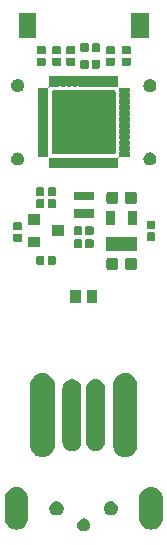
<source format=gbr>
G04 #@! TF.GenerationSoftware,KiCad,Pcbnew,5.1.5*
G04 #@! TF.CreationDate,2020-06-07T16:35:10+08:00*
G04 #@! TF.ProjectId,udisk,75646973-6b2e-46b6-9963-61645f706362,rev?*
G04 #@! TF.SameCoordinates,Original*
G04 #@! TF.FileFunction,Soldermask,Top*
G04 #@! TF.FilePolarity,Negative*
%FSLAX46Y46*%
G04 Gerber Fmt 4.6, Leading zero omitted, Abs format (unit mm)*
G04 Created by KiCad (PCBNEW 5.1.5) date 2020-06-07 16:35:10*
%MOMM*%
%LPD*%
G04 APERTURE LIST*
%ADD10C,0.100000*%
G04 APERTURE END LIST*
D10*
G36*
X134110721Y-75670174D02*
G01*
X134210995Y-75711709D01*
X134210996Y-75711710D01*
X134301242Y-75772010D01*
X134377990Y-75848758D01*
X134377991Y-75848760D01*
X134438291Y-75939005D01*
X134479826Y-76039279D01*
X134501000Y-76145730D01*
X134501000Y-76254270D01*
X134479826Y-76360721D01*
X134438291Y-76460995D01*
X134438290Y-76460996D01*
X134377990Y-76551242D01*
X134301242Y-76627990D01*
X134255812Y-76658345D01*
X134210995Y-76688291D01*
X134110721Y-76729826D01*
X134004270Y-76751000D01*
X133895730Y-76751000D01*
X133789279Y-76729826D01*
X133689005Y-76688291D01*
X133644188Y-76658345D01*
X133598758Y-76627990D01*
X133522010Y-76551242D01*
X133461710Y-76460996D01*
X133461709Y-76460995D01*
X133420174Y-76360721D01*
X133399000Y-76254270D01*
X133399000Y-76145730D01*
X133420174Y-76039279D01*
X133461709Y-75939005D01*
X133522009Y-75848760D01*
X133522010Y-75848758D01*
X133598758Y-75772010D01*
X133689004Y-75711710D01*
X133689005Y-75711709D01*
X133789279Y-75670174D01*
X133895730Y-75649000D01*
X134004270Y-75649000D01*
X134110721Y-75670174D01*
G37*
G36*
X128446228Y-73013483D02*
G01*
X128634922Y-73070723D01*
X128808815Y-73163671D01*
X128961239Y-73288761D01*
X129086329Y-73441185D01*
X129179277Y-73615078D01*
X129236517Y-73803772D01*
X129251000Y-73950825D01*
X129251000Y-75649175D01*
X129236517Y-75796228D01*
X129179277Y-75984922D01*
X129086329Y-76158815D01*
X128961239Y-76311239D01*
X128808815Y-76436329D01*
X128634921Y-76529277D01*
X128446227Y-76586517D01*
X128250000Y-76605843D01*
X128053772Y-76586517D01*
X127865078Y-76529277D01*
X127691185Y-76436329D01*
X127538761Y-76311239D01*
X127413671Y-76158815D01*
X127320723Y-75984921D01*
X127263483Y-75796227D01*
X127249000Y-75649174D01*
X127249000Y-73950825D01*
X127263483Y-73803769D01*
X127320722Y-73615081D01*
X127413672Y-73441185D01*
X127538762Y-73288761D01*
X127691186Y-73163671D01*
X127865079Y-73070723D01*
X128053773Y-73013483D01*
X128250000Y-72994157D01*
X128446228Y-73013483D01*
G37*
G36*
X139846228Y-73013483D02*
G01*
X140034922Y-73070723D01*
X140208815Y-73163671D01*
X140361239Y-73288761D01*
X140486329Y-73441185D01*
X140579277Y-73615078D01*
X140636517Y-73803772D01*
X140651000Y-73950825D01*
X140651000Y-75649175D01*
X140636517Y-75796228D01*
X140579277Y-75984922D01*
X140486329Y-76158815D01*
X140361239Y-76311239D01*
X140208815Y-76436329D01*
X140034921Y-76529277D01*
X139846227Y-76586517D01*
X139650000Y-76605843D01*
X139453772Y-76586517D01*
X139265078Y-76529277D01*
X139091185Y-76436329D01*
X138938761Y-76311239D01*
X138813671Y-76158815D01*
X138720723Y-75984921D01*
X138663483Y-75796227D01*
X138649000Y-75649174D01*
X138649000Y-73950825D01*
X138663483Y-73803769D01*
X138720722Y-73615081D01*
X138813672Y-73441185D01*
X138938762Y-73288761D01*
X139091186Y-73163671D01*
X139265079Y-73070723D01*
X139453773Y-73013483D01*
X139650000Y-72994157D01*
X139846228Y-73013483D01*
G37*
G36*
X136386601Y-74214397D02*
G01*
X136425305Y-74222096D01*
X136457340Y-74235365D01*
X136534680Y-74267400D01*
X136633115Y-74333173D01*
X136716827Y-74416885D01*
X136782600Y-74515320D01*
X136827904Y-74624696D01*
X136851000Y-74740805D01*
X136851000Y-74859195D01*
X136827904Y-74975304D01*
X136782600Y-75084680D01*
X136716827Y-75183115D01*
X136633115Y-75266827D01*
X136534680Y-75332600D01*
X136457340Y-75364635D01*
X136425305Y-75377904D01*
X136386601Y-75385603D01*
X136309195Y-75401000D01*
X136190805Y-75401000D01*
X136113399Y-75385603D01*
X136074695Y-75377904D01*
X136042660Y-75364635D01*
X135965320Y-75332600D01*
X135866885Y-75266827D01*
X135783173Y-75183115D01*
X135717400Y-75084680D01*
X135672096Y-74975304D01*
X135649000Y-74859195D01*
X135649000Y-74740805D01*
X135672096Y-74624696D01*
X135717400Y-74515320D01*
X135783173Y-74416885D01*
X135866885Y-74333173D01*
X135965320Y-74267400D01*
X136042660Y-74235365D01*
X136074695Y-74222096D01*
X136113399Y-74214397D01*
X136190805Y-74199000D01*
X136309195Y-74199000D01*
X136386601Y-74214397D01*
G37*
G36*
X131786601Y-74214397D02*
G01*
X131825305Y-74222096D01*
X131857340Y-74235365D01*
X131934680Y-74267400D01*
X132033115Y-74333173D01*
X132116827Y-74416885D01*
X132182600Y-74515320D01*
X132227904Y-74624696D01*
X132251000Y-74740805D01*
X132251000Y-74859195D01*
X132227904Y-74975304D01*
X132182600Y-75084680D01*
X132116827Y-75183115D01*
X132033115Y-75266827D01*
X131934680Y-75332600D01*
X131857340Y-75364635D01*
X131825305Y-75377904D01*
X131786601Y-75385603D01*
X131709195Y-75401000D01*
X131590805Y-75401000D01*
X131513399Y-75385603D01*
X131474695Y-75377904D01*
X131442660Y-75364635D01*
X131365320Y-75332600D01*
X131266885Y-75266827D01*
X131183173Y-75183115D01*
X131117400Y-75084680D01*
X131072096Y-74975304D01*
X131049000Y-74859195D01*
X131049000Y-74740805D01*
X131072096Y-74624696D01*
X131117400Y-74515320D01*
X131183173Y-74416885D01*
X131266885Y-74333173D01*
X131365320Y-74267400D01*
X131442660Y-74235365D01*
X131474695Y-74222096D01*
X131513399Y-74214397D01*
X131590805Y-74199000D01*
X131709195Y-74199000D01*
X131786601Y-74214397D01*
G37*
G36*
X137656031Y-63364207D02*
G01*
X137854145Y-63424305D01*
X137854148Y-63424306D01*
X137920030Y-63459521D01*
X138036729Y-63521897D01*
X138196765Y-63653235D01*
X138328103Y-63813271D01*
X138328104Y-63813273D01*
X138425694Y-63995851D01*
X138425694Y-63995852D01*
X138425695Y-63995854D01*
X138485793Y-64193968D01*
X138485793Y-64193970D01*
X138501000Y-64348369D01*
X138501000Y-69451631D01*
X138500371Y-69458013D01*
X138485793Y-69606032D01*
X138425695Y-69804146D01*
X138425694Y-69804149D01*
X138377877Y-69893608D01*
X138328103Y-69986729D01*
X138196765Y-70146765D01*
X138036729Y-70278103D01*
X137950975Y-70323939D01*
X137854149Y-70375694D01*
X137854146Y-70375695D01*
X137656032Y-70435793D01*
X137450000Y-70456085D01*
X137243969Y-70435793D01*
X137045855Y-70375695D01*
X137045852Y-70375694D01*
X136949026Y-70323939D01*
X136863272Y-70278103D01*
X136703236Y-70146765D01*
X136571898Y-69986729D01*
X136522124Y-69893608D01*
X136474307Y-69804149D01*
X136474306Y-69804146D01*
X136414208Y-69606032D01*
X136399630Y-69458013D01*
X136399001Y-69451631D01*
X136399000Y-64348370D01*
X136414207Y-64193971D01*
X136414207Y-64193969D01*
X136474305Y-63995855D01*
X136474306Y-63995852D01*
X136509521Y-63929970D01*
X136571897Y-63813271D01*
X136703235Y-63653235D01*
X136863271Y-63521897D01*
X136949025Y-63476061D01*
X137045851Y-63424306D01*
X137045854Y-63424305D01*
X137243968Y-63364207D01*
X137450000Y-63343915D01*
X137656031Y-63364207D01*
G37*
G36*
X130656031Y-63364207D02*
G01*
X130854145Y-63424305D01*
X130854148Y-63424306D01*
X130920030Y-63459521D01*
X131036729Y-63521897D01*
X131196765Y-63653235D01*
X131328103Y-63813271D01*
X131328104Y-63813273D01*
X131425694Y-63995851D01*
X131425694Y-63995852D01*
X131425695Y-63995854D01*
X131485793Y-64193968D01*
X131485793Y-64193970D01*
X131501000Y-64348369D01*
X131501000Y-69451631D01*
X131500371Y-69458013D01*
X131485793Y-69606032D01*
X131425695Y-69804146D01*
X131425694Y-69804149D01*
X131377877Y-69893608D01*
X131328103Y-69986729D01*
X131196765Y-70146765D01*
X131036729Y-70278103D01*
X130950975Y-70323939D01*
X130854149Y-70375694D01*
X130854146Y-70375695D01*
X130656032Y-70435793D01*
X130450000Y-70456085D01*
X130243969Y-70435793D01*
X130045855Y-70375695D01*
X130045852Y-70375694D01*
X129949026Y-70323939D01*
X129863272Y-70278103D01*
X129703236Y-70146765D01*
X129571898Y-69986729D01*
X129522124Y-69893608D01*
X129474307Y-69804149D01*
X129474306Y-69804146D01*
X129414208Y-69606032D01*
X129399630Y-69458013D01*
X129399001Y-69451631D01*
X129399000Y-64348370D01*
X129414207Y-64193971D01*
X129414207Y-64193969D01*
X129474305Y-63995855D01*
X129474306Y-63995852D01*
X129509521Y-63929970D01*
X129571897Y-63813271D01*
X129703235Y-63653235D01*
X129863271Y-63521897D01*
X129949025Y-63476061D01*
X130045851Y-63424306D01*
X130045854Y-63424305D01*
X130243968Y-63364207D01*
X130450000Y-63343915D01*
X130656031Y-63364207D01*
G37*
G36*
X135107022Y-63860590D02*
G01*
X135207681Y-63891125D01*
X135258012Y-63906392D01*
X135397164Y-63980771D01*
X135519133Y-64080867D01*
X135619229Y-64202835D01*
X135693608Y-64341987D01*
X135708875Y-64392318D01*
X135739410Y-64492977D01*
X135751000Y-64610655D01*
X135751000Y-69189345D01*
X135739410Y-69307023D01*
X135708875Y-69407682D01*
X135693608Y-69458013D01*
X135619229Y-69597165D01*
X135519133Y-69719133D01*
X135397165Y-69819229D01*
X135258013Y-69893608D01*
X135207682Y-69908875D01*
X135107023Y-69939410D01*
X134950000Y-69954875D01*
X134792978Y-69939410D01*
X134692319Y-69908875D01*
X134641988Y-69893608D01*
X134502836Y-69819229D01*
X134380868Y-69719133D01*
X134280772Y-69597165D01*
X134206393Y-69458013D01*
X134191126Y-69407682D01*
X134160591Y-69307023D01*
X134149001Y-69189345D01*
X134149000Y-64610656D01*
X134160590Y-64492978D01*
X134204456Y-64348370D01*
X134206392Y-64341988D01*
X134280771Y-64202836D01*
X134288049Y-64193968D01*
X134380867Y-64080867D01*
X134502835Y-63980771D01*
X134641987Y-63906392D01*
X134692318Y-63891125D01*
X134792977Y-63860590D01*
X134950000Y-63845125D01*
X135107022Y-63860590D01*
G37*
G36*
X133107022Y-63860590D02*
G01*
X133207681Y-63891125D01*
X133258012Y-63906392D01*
X133397164Y-63980771D01*
X133519133Y-64080867D01*
X133619229Y-64202835D01*
X133693608Y-64341987D01*
X133708875Y-64392318D01*
X133739410Y-64492977D01*
X133751000Y-64610655D01*
X133751000Y-69189345D01*
X133739410Y-69307023D01*
X133708875Y-69407682D01*
X133693608Y-69458013D01*
X133619229Y-69597165D01*
X133519133Y-69719133D01*
X133397165Y-69819229D01*
X133258013Y-69893608D01*
X133207682Y-69908875D01*
X133107023Y-69939410D01*
X132950000Y-69954875D01*
X132792978Y-69939410D01*
X132692319Y-69908875D01*
X132641988Y-69893608D01*
X132502836Y-69819229D01*
X132380868Y-69719133D01*
X132280772Y-69597165D01*
X132206393Y-69458013D01*
X132191126Y-69407682D01*
X132160591Y-69307023D01*
X132149001Y-69189345D01*
X132149000Y-64610656D01*
X132160590Y-64492978D01*
X132204456Y-64348370D01*
X132206392Y-64341988D01*
X132280771Y-64202836D01*
X132288049Y-64193968D01*
X132380867Y-64080867D01*
X132502835Y-63980771D01*
X132641987Y-63906392D01*
X132692318Y-63891125D01*
X132792977Y-63860590D01*
X132950000Y-63845125D01*
X133107022Y-63860590D01*
G37*
G36*
X133701000Y-57451000D02*
G01*
X132799000Y-57451000D01*
X132799000Y-56349000D01*
X133701000Y-56349000D01*
X133701000Y-57451000D01*
G37*
G36*
X135101000Y-57451000D02*
G01*
X134199000Y-57451000D01*
X134199000Y-56349000D01*
X135101000Y-56349000D01*
X135101000Y-57451000D01*
G37*
G36*
X138279591Y-53578085D02*
G01*
X138313569Y-53588393D01*
X138344890Y-53605134D01*
X138372339Y-53627661D01*
X138394866Y-53655110D01*
X138411607Y-53686431D01*
X138421915Y-53720409D01*
X138426000Y-53761890D01*
X138426000Y-54438110D01*
X138421915Y-54479591D01*
X138411607Y-54513569D01*
X138394866Y-54544890D01*
X138372339Y-54572339D01*
X138344890Y-54594866D01*
X138313569Y-54611607D01*
X138279591Y-54621915D01*
X138238110Y-54626000D01*
X137636890Y-54626000D01*
X137595409Y-54621915D01*
X137561431Y-54611607D01*
X137530110Y-54594866D01*
X137502661Y-54572339D01*
X137480134Y-54544890D01*
X137463393Y-54513569D01*
X137453085Y-54479591D01*
X137449000Y-54438110D01*
X137449000Y-53761890D01*
X137453085Y-53720409D01*
X137463393Y-53686431D01*
X137480134Y-53655110D01*
X137502661Y-53627661D01*
X137530110Y-53605134D01*
X137561431Y-53588393D01*
X137595409Y-53578085D01*
X137636890Y-53574000D01*
X138238110Y-53574000D01*
X138279591Y-53578085D01*
G37*
G36*
X136704591Y-53578085D02*
G01*
X136738569Y-53588393D01*
X136769890Y-53605134D01*
X136797339Y-53627661D01*
X136819866Y-53655110D01*
X136836607Y-53686431D01*
X136846915Y-53720409D01*
X136851000Y-53761890D01*
X136851000Y-54438110D01*
X136846915Y-54479591D01*
X136836607Y-54513569D01*
X136819866Y-54544890D01*
X136797339Y-54572339D01*
X136769890Y-54594866D01*
X136738569Y-54611607D01*
X136704591Y-54621915D01*
X136663110Y-54626000D01*
X136061890Y-54626000D01*
X136020409Y-54621915D01*
X135986431Y-54611607D01*
X135955110Y-54594866D01*
X135927661Y-54572339D01*
X135905134Y-54544890D01*
X135888393Y-54513569D01*
X135878085Y-54479591D01*
X135874000Y-54438110D01*
X135874000Y-53761890D01*
X135878085Y-53720409D01*
X135888393Y-53686431D01*
X135905134Y-53655110D01*
X135927661Y-53627661D01*
X135955110Y-53605134D01*
X135986431Y-53588393D01*
X136020409Y-53578085D01*
X136061890Y-53574000D01*
X136663110Y-53574000D01*
X136704591Y-53578085D01*
G37*
G36*
X130521938Y-53431716D02*
G01*
X130542557Y-53437971D01*
X130561553Y-53448124D01*
X130578208Y-53461792D01*
X130591876Y-53478447D01*
X130602029Y-53497443D01*
X130608284Y-53518062D01*
X130611000Y-53545640D01*
X130611000Y-54054360D01*
X130608284Y-54081938D01*
X130602029Y-54102557D01*
X130591876Y-54121553D01*
X130578208Y-54138208D01*
X130561553Y-54151876D01*
X130542557Y-54162029D01*
X130521938Y-54168284D01*
X130494360Y-54171000D01*
X130035640Y-54171000D01*
X130008062Y-54168284D01*
X129987443Y-54162029D01*
X129968447Y-54151876D01*
X129951792Y-54138208D01*
X129938124Y-54121553D01*
X129927971Y-54102557D01*
X129921716Y-54081938D01*
X129919000Y-54054360D01*
X129919000Y-53545640D01*
X129921716Y-53518062D01*
X129927971Y-53497443D01*
X129938124Y-53478447D01*
X129951792Y-53461792D01*
X129968447Y-53448124D01*
X129987443Y-53437971D01*
X130008062Y-53431716D01*
X130035640Y-53429000D01*
X130494360Y-53429000D01*
X130521938Y-53431716D01*
G37*
G36*
X131491938Y-53431716D02*
G01*
X131512557Y-53437971D01*
X131531553Y-53448124D01*
X131548208Y-53461792D01*
X131561876Y-53478447D01*
X131572029Y-53497443D01*
X131578284Y-53518062D01*
X131581000Y-53545640D01*
X131581000Y-54054360D01*
X131578284Y-54081938D01*
X131572029Y-54102557D01*
X131561876Y-54121553D01*
X131548208Y-54138208D01*
X131531553Y-54151876D01*
X131512557Y-54162029D01*
X131491938Y-54168284D01*
X131464360Y-54171000D01*
X131005640Y-54171000D01*
X130978062Y-54168284D01*
X130957443Y-54162029D01*
X130938447Y-54151876D01*
X130921792Y-54138208D01*
X130908124Y-54121553D01*
X130897971Y-54102557D01*
X130891716Y-54081938D01*
X130889000Y-54054360D01*
X130889000Y-53545640D01*
X130891716Y-53518062D01*
X130897971Y-53497443D01*
X130908124Y-53478447D01*
X130921792Y-53461792D01*
X130938447Y-53448124D01*
X130957443Y-53437971D01*
X130978062Y-53431716D01*
X131005640Y-53429000D01*
X131464360Y-53429000D01*
X131491938Y-53431716D01*
G37*
G36*
X138476000Y-52981000D02*
G01*
X135824000Y-52981000D01*
X135824000Y-51819000D01*
X138476000Y-51819000D01*
X138476000Y-52981000D01*
G37*
G36*
X133721938Y-52031716D02*
G01*
X133742557Y-52037971D01*
X133761553Y-52048124D01*
X133778208Y-52061792D01*
X133791876Y-52078447D01*
X133802029Y-52097443D01*
X133808284Y-52118062D01*
X133811000Y-52145640D01*
X133811000Y-52654360D01*
X133808284Y-52681938D01*
X133802029Y-52702557D01*
X133791876Y-52721553D01*
X133778208Y-52738208D01*
X133761553Y-52751876D01*
X133742557Y-52762029D01*
X133721938Y-52768284D01*
X133694360Y-52771000D01*
X133235640Y-52771000D01*
X133208062Y-52768284D01*
X133187443Y-52762029D01*
X133168447Y-52751876D01*
X133151792Y-52738208D01*
X133138124Y-52721553D01*
X133127971Y-52702557D01*
X133121716Y-52681938D01*
X133119000Y-52654360D01*
X133119000Y-52145640D01*
X133121716Y-52118062D01*
X133127971Y-52097443D01*
X133138124Y-52078447D01*
X133151792Y-52061792D01*
X133168447Y-52048124D01*
X133187443Y-52037971D01*
X133208062Y-52031716D01*
X133235640Y-52029000D01*
X133694360Y-52029000D01*
X133721938Y-52031716D01*
G37*
G36*
X134691938Y-52031716D02*
G01*
X134712557Y-52037971D01*
X134731553Y-52048124D01*
X134748208Y-52061792D01*
X134761876Y-52078447D01*
X134772029Y-52097443D01*
X134778284Y-52118062D01*
X134781000Y-52145640D01*
X134781000Y-52654360D01*
X134778284Y-52681938D01*
X134772029Y-52702557D01*
X134761876Y-52721553D01*
X134748208Y-52738208D01*
X134731553Y-52751876D01*
X134712557Y-52762029D01*
X134691938Y-52768284D01*
X134664360Y-52771000D01*
X134205640Y-52771000D01*
X134178062Y-52768284D01*
X134157443Y-52762029D01*
X134138447Y-52751876D01*
X134121792Y-52738208D01*
X134108124Y-52721553D01*
X134097971Y-52702557D01*
X134091716Y-52681938D01*
X134089000Y-52654360D01*
X134089000Y-52145640D01*
X134091716Y-52118062D01*
X134097971Y-52097443D01*
X134108124Y-52078447D01*
X134121792Y-52061792D01*
X134138447Y-52048124D01*
X134157443Y-52037971D01*
X134178062Y-52031716D01*
X134205640Y-52029000D01*
X134664360Y-52029000D01*
X134691938Y-52031716D01*
G37*
G36*
X130251000Y-52701000D02*
G01*
X129249000Y-52701000D01*
X129249000Y-51799000D01*
X130251000Y-51799000D01*
X130251000Y-52701000D01*
G37*
G36*
X128631938Y-51541716D02*
G01*
X128652557Y-51547971D01*
X128671553Y-51558124D01*
X128688208Y-51571792D01*
X128701876Y-51588447D01*
X128712029Y-51607443D01*
X128718284Y-51628062D01*
X128721000Y-51655640D01*
X128721000Y-52114360D01*
X128718284Y-52141938D01*
X128712029Y-52162557D01*
X128701876Y-52181553D01*
X128688208Y-52198208D01*
X128671553Y-52211876D01*
X128652557Y-52222029D01*
X128631938Y-52228284D01*
X128604360Y-52231000D01*
X128095640Y-52231000D01*
X128068062Y-52228284D01*
X128047443Y-52222029D01*
X128028447Y-52211876D01*
X128011792Y-52198208D01*
X127998124Y-52181553D01*
X127987971Y-52162557D01*
X127981716Y-52141938D01*
X127979000Y-52114360D01*
X127979000Y-51655640D01*
X127981716Y-51628062D01*
X127987971Y-51607443D01*
X127998124Y-51588447D01*
X128011792Y-51571792D01*
X128028447Y-51558124D01*
X128047443Y-51547971D01*
X128068062Y-51541716D01*
X128095640Y-51539000D01*
X128604360Y-51539000D01*
X128631938Y-51541716D01*
G37*
G36*
X139931938Y-51441716D02*
G01*
X139952557Y-51447971D01*
X139971553Y-51458124D01*
X139988208Y-51471792D01*
X140001876Y-51488447D01*
X140012029Y-51507443D01*
X140018284Y-51528062D01*
X140021000Y-51555640D01*
X140021000Y-52014360D01*
X140018284Y-52041938D01*
X140012029Y-52062557D01*
X140001876Y-52081553D01*
X139988208Y-52098208D01*
X139971553Y-52111876D01*
X139952557Y-52122029D01*
X139931938Y-52128284D01*
X139904360Y-52131000D01*
X139395640Y-52131000D01*
X139368062Y-52128284D01*
X139347443Y-52122029D01*
X139328447Y-52111876D01*
X139311792Y-52098208D01*
X139298124Y-52081553D01*
X139287971Y-52062557D01*
X139281716Y-52041938D01*
X139279000Y-52014360D01*
X139279000Y-51555640D01*
X139281716Y-51528062D01*
X139287971Y-51507443D01*
X139298124Y-51488447D01*
X139311792Y-51471792D01*
X139328447Y-51458124D01*
X139347443Y-51447971D01*
X139368062Y-51441716D01*
X139395640Y-51439000D01*
X139904360Y-51439000D01*
X139931938Y-51441716D01*
G37*
G36*
X132251000Y-51751000D02*
G01*
X131249000Y-51751000D01*
X131249000Y-50849000D01*
X132251000Y-50849000D01*
X132251000Y-51751000D01*
G37*
G36*
X134691938Y-50931716D02*
G01*
X134712557Y-50937971D01*
X134731553Y-50948124D01*
X134748208Y-50961792D01*
X134761876Y-50978447D01*
X134772029Y-50997443D01*
X134778284Y-51018062D01*
X134781000Y-51045640D01*
X134781000Y-51554360D01*
X134778284Y-51581938D01*
X134772029Y-51602557D01*
X134761876Y-51621553D01*
X134748208Y-51638208D01*
X134731553Y-51651876D01*
X134712557Y-51662029D01*
X134691938Y-51668284D01*
X134664360Y-51671000D01*
X134205640Y-51671000D01*
X134178062Y-51668284D01*
X134157443Y-51662029D01*
X134138447Y-51651876D01*
X134121792Y-51638208D01*
X134108124Y-51621553D01*
X134097971Y-51602557D01*
X134091716Y-51581938D01*
X134089000Y-51554360D01*
X134089000Y-51045640D01*
X134091716Y-51018062D01*
X134097971Y-50997443D01*
X134108124Y-50978447D01*
X134121792Y-50961792D01*
X134138447Y-50948124D01*
X134157443Y-50937971D01*
X134178062Y-50931716D01*
X134205640Y-50929000D01*
X134664360Y-50929000D01*
X134691938Y-50931716D01*
G37*
G36*
X133721938Y-50931716D02*
G01*
X133742557Y-50937971D01*
X133761553Y-50948124D01*
X133778208Y-50961792D01*
X133791876Y-50978447D01*
X133802029Y-50997443D01*
X133808284Y-51018062D01*
X133811000Y-51045640D01*
X133811000Y-51554360D01*
X133808284Y-51581938D01*
X133802029Y-51602557D01*
X133791876Y-51621553D01*
X133778208Y-51638208D01*
X133761553Y-51651876D01*
X133742557Y-51662029D01*
X133721938Y-51668284D01*
X133694360Y-51671000D01*
X133235640Y-51671000D01*
X133208062Y-51668284D01*
X133187443Y-51662029D01*
X133168447Y-51651876D01*
X133151792Y-51638208D01*
X133138124Y-51621553D01*
X133127971Y-51602557D01*
X133121716Y-51581938D01*
X133119000Y-51554360D01*
X133119000Y-51045640D01*
X133121716Y-51018062D01*
X133127971Y-50997443D01*
X133138124Y-50978447D01*
X133151792Y-50961792D01*
X133168447Y-50948124D01*
X133187443Y-50937971D01*
X133208062Y-50931716D01*
X133235640Y-50929000D01*
X133694360Y-50929000D01*
X133721938Y-50931716D01*
G37*
G36*
X128631938Y-50571716D02*
G01*
X128652557Y-50577971D01*
X128671553Y-50588124D01*
X128688208Y-50601792D01*
X128701876Y-50618447D01*
X128712029Y-50637443D01*
X128718284Y-50658062D01*
X128721000Y-50685640D01*
X128721000Y-51144360D01*
X128718284Y-51171938D01*
X128712029Y-51192557D01*
X128701876Y-51211553D01*
X128688208Y-51228208D01*
X128671553Y-51241876D01*
X128652557Y-51252029D01*
X128631938Y-51258284D01*
X128604360Y-51261000D01*
X128095640Y-51261000D01*
X128068062Y-51258284D01*
X128047443Y-51252029D01*
X128028447Y-51241876D01*
X128011792Y-51228208D01*
X127998124Y-51211553D01*
X127987971Y-51192557D01*
X127981716Y-51171938D01*
X127979000Y-51144360D01*
X127979000Y-50685640D01*
X127981716Y-50658062D01*
X127987971Y-50637443D01*
X127998124Y-50618447D01*
X128011792Y-50601792D01*
X128028447Y-50588124D01*
X128047443Y-50577971D01*
X128068062Y-50571716D01*
X128095640Y-50569000D01*
X128604360Y-50569000D01*
X128631938Y-50571716D01*
G37*
G36*
X139931938Y-50471716D02*
G01*
X139952557Y-50477971D01*
X139971553Y-50488124D01*
X139988208Y-50501792D01*
X140001876Y-50518447D01*
X140012029Y-50537443D01*
X140018284Y-50558062D01*
X140021000Y-50585640D01*
X140021000Y-51044360D01*
X140018284Y-51071938D01*
X140012029Y-51092557D01*
X140001876Y-51111553D01*
X139988208Y-51128208D01*
X139971553Y-51141876D01*
X139952557Y-51152029D01*
X139931938Y-51158284D01*
X139904360Y-51161000D01*
X139395640Y-51161000D01*
X139368062Y-51158284D01*
X139347443Y-51152029D01*
X139328447Y-51141876D01*
X139311792Y-51128208D01*
X139298124Y-51111553D01*
X139287971Y-51092557D01*
X139281716Y-51071938D01*
X139279000Y-51044360D01*
X139279000Y-50585640D01*
X139281716Y-50558062D01*
X139287971Y-50537443D01*
X139298124Y-50518447D01*
X139311792Y-50501792D01*
X139328447Y-50488124D01*
X139347443Y-50477971D01*
X139368062Y-50471716D01*
X139395640Y-50469000D01*
X139904360Y-50469000D01*
X139931938Y-50471716D01*
G37*
G36*
X130251000Y-50801000D02*
G01*
X129249000Y-50801000D01*
X129249000Y-49899000D01*
X130251000Y-49899000D01*
X130251000Y-50801000D01*
G37*
G36*
X138476000Y-50781000D02*
G01*
X137724000Y-50781000D01*
X137724000Y-49619000D01*
X138476000Y-49619000D01*
X138476000Y-50781000D01*
G37*
G36*
X136576000Y-50781000D02*
G01*
X135824000Y-50781000D01*
X135824000Y-49619000D01*
X136576000Y-49619000D01*
X136576000Y-50781000D01*
G37*
G36*
X134801000Y-50181000D02*
G01*
X133099000Y-50181000D01*
X133099000Y-49479000D01*
X134801000Y-49479000D01*
X134801000Y-50181000D01*
G37*
G36*
X130521938Y-48631716D02*
G01*
X130542557Y-48637971D01*
X130561553Y-48648124D01*
X130578208Y-48661792D01*
X130591876Y-48678447D01*
X130602029Y-48697443D01*
X130608284Y-48718062D01*
X130611000Y-48745640D01*
X130611000Y-49254360D01*
X130608284Y-49281938D01*
X130602029Y-49302557D01*
X130591876Y-49321553D01*
X130578208Y-49338208D01*
X130561553Y-49351876D01*
X130542557Y-49362029D01*
X130521938Y-49368284D01*
X130494360Y-49371000D01*
X130035640Y-49371000D01*
X130008062Y-49368284D01*
X129987443Y-49362029D01*
X129968447Y-49351876D01*
X129951792Y-49338208D01*
X129938124Y-49321553D01*
X129927971Y-49302557D01*
X129921716Y-49281938D01*
X129919000Y-49254360D01*
X129919000Y-48745640D01*
X129921716Y-48718062D01*
X129927971Y-48697443D01*
X129938124Y-48678447D01*
X129951792Y-48661792D01*
X129968447Y-48648124D01*
X129987443Y-48637971D01*
X130008062Y-48631716D01*
X130035640Y-48629000D01*
X130494360Y-48629000D01*
X130521938Y-48631716D01*
G37*
G36*
X131491938Y-48631716D02*
G01*
X131512557Y-48637971D01*
X131531553Y-48648124D01*
X131548208Y-48661792D01*
X131561876Y-48678447D01*
X131572029Y-48697443D01*
X131578284Y-48718062D01*
X131581000Y-48745640D01*
X131581000Y-49254360D01*
X131578284Y-49281938D01*
X131572029Y-49302557D01*
X131561876Y-49321553D01*
X131548208Y-49338208D01*
X131531553Y-49351876D01*
X131512557Y-49362029D01*
X131491938Y-49368284D01*
X131464360Y-49371000D01*
X131005640Y-49371000D01*
X130978062Y-49368284D01*
X130957443Y-49362029D01*
X130938447Y-49351876D01*
X130921792Y-49338208D01*
X130908124Y-49321553D01*
X130897971Y-49302557D01*
X130891716Y-49281938D01*
X130889000Y-49254360D01*
X130889000Y-48745640D01*
X130891716Y-48718062D01*
X130897971Y-48697443D01*
X130908124Y-48678447D01*
X130921792Y-48661792D01*
X130938447Y-48648124D01*
X130957443Y-48637971D01*
X130978062Y-48631716D01*
X131005640Y-48629000D01*
X131464360Y-48629000D01*
X131491938Y-48631716D01*
G37*
G36*
X136704591Y-47978085D02*
G01*
X136738569Y-47988393D01*
X136769890Y-48005134D01*
X136797339Y-48027661D01*
X136819866Y-48055110D01*
X136836607Y-48086431D01*
X136846915Y-48120409D01*
X136851000Y-48161890D01*
X136851000Y-48838110D01*
X136846915Y-48879591D01*
X136836607Y-48913569D01*
X136819866Y-48944890D01*
X136797339Y-48972339D01*
X136769890Y-48994866D01*
X136738569Y-49011607D01*
X136704591Y-49021915D01*
X136663110Y-49026000D01*
X136061890Y-49026000D01*
X136020409Y-49021915D01*
X135986431Y-49011607D01*
X135955110Y-48994866D01*
X135927661Y-48972339D01*
X135905134Y-48944890D01*
X135888393Y-48913569D01*
X135878085Y-48879591D01*
X135874000Y-48838110D01*
X135874000Y-48161890D01*
X135878085Y-48120409D01*
X135888393Y-48086431D01*
X135905134Y-48055110D01*
X135927661Y-48027661D01*
X135955110Y-48005134D01*
X135986431Y-47988393D01*
X136020409Y-47978085D01*
X136061890Y-47974000D01*
X136663110Y-47974000D01*
X136704591Y-47978085D01*
G37*
G36*
X138279591Y-47978085D02*
G01*
X138313569Y-47988393D01*
X138344890Y-48005134D01*
X138372339Y-48027661D01*
X138394866Y-48055110D01*
X138411607Y-48086431D01*
X138421915Y-48120409D01*
X138426000Y-48161890D01*
X138426000Y-48838110D01*
X138421915Y-48879591D01*
X138411607Y-48913569D01*
X138394866Y-48944890D01*
X138372339Y-48972339D01*
X138344890Y-48994866D01*
X138313569Y-49011607D01*
X138279591Y-49021915D01*
X138238110Y-49026000D01*
X137636890Y-49026000D01*
X137595409Y-49021915D01*
X137561431Y-49011607D01*
X137530110Y-48994866D01*
X137502661Y-48972339D01*
X137480134Y-48944890D01*
X137463393Y-48913569D01*
X137453085Y-48879591D01*
X137449000Y-48838110D01*
X137449000Y-48161890D01*
X137453085Y-48120409D01*
X137463393Y-48086431D01*
X137480134Y-48055110D01*
X137502661Y-48027661D01*
X137530110Y-48005134D01*
X137561431Y-47988393D01*
X137595409Y-47978085D01*
X137636890Y-47974000D01*
X138238110Y-47974000D01*
X138279591Y-47978085D01*
G37*
G36*
X134801000Y-48681000D02*
G01*
X133099000Y-48681000D01*
X133099000Y-47979000D01*
X134801000Y-47979000D01*
X134801000Y-48681000D01*
G37*
G36*
X131506938Y-47631716D02*
G01*
X131527557Y-47637971D01*
X131546553Y-47648124D01*
X131563208Y-47661792D01*
X131576876Y-47678447D01*
X131587029Y-47697443D01*
X131593284Y-47718062D01*
X131596000Y-47745640D01*
X131596000Y-48254360D01*
X131593284Y-48281938D01*
X131587029Y-48302557D01*
X131576876Y-48321553D01*
X131563208Y-48338208D01*
X131546553Y-48351876D01*
X131527557Y-48362029D01*
X131506938Y-48368284D01*
X131479360Y-48371000D01*
X131020640Y-48371000D01*
X130993062Y-48368284D01*
X130972443Y-48362029D01*
X130953447Y-48351876D01*
X130936792Y-48338208D01*
X130923124Y-48321553D01*
X130912971Y-48302557D01*
X130906716Y-48281938D01*
X130904000Y-48254360D01*
X130904000Y-47745640D01*
X130906716Y-47718062D01*
X130912971Y-47697443D01*
X130923124Y-47678447D01*
X130936792Y-47661792D01*
X130953447Y-47648124D01*
X130972443Y-47637971D01*
X130993062Y-47631716D01*
X131020640Y-47629000D01*
X131479360Y-47629000D01*
X131506938Y-47631716D01*
G37*
G36*
X130536938Y-47631716D02*
G01*
X130557557Y-47637971D01*
X130576553Y-47648124D01*
X130593208Y-47661792D01*
X130606876Y-47678447D01*
X130617029Y-47697443D01*
X130623284Y-47718062D01*
X130626000Y-47745640D01*
X130626000Y-48254360D01*
X130623284Y-48281938D01*
X130617029Y-48302557D01*
X130606876Y-48321553D01*
X130593208Y-48338208D01*
X130576553Y-48351876D01*
X130557557Y-48362029D01*
X130536938Y-48368284D01*
X130509360Y-48371000D01*
X130050640Y-48371000D01*
X130023062Y-48368284D01*
X130002443Y-48362029D01*
X129983447Y-48351876D01*
X129966792Y-48338208D01*
X129953124Y-48321553D01*
X129942971Y-48302557D01*
X129936716Y-48281938D01*
X129934000Y-48254360D01*
X129934000Y-47745640D01*
X129936716Y-47718062D01*
X129942971Y-47697443D01*
X129953124Y-47678447D01*
X129966792Y-47661792D01*
X129983447Y-47648124D01*
X130002443Y-47637971D01*
X130023062Y-47631716D01*
X130050640Y-47629000D01*
X130509360Y-47629000D01*
X130536938Y-47631716D01*
G37*
G36*
X131355355Y-38200083D02*
G01*
X131360029Y-38201501D01*
X131364330Y-38203800D01*
X131370702Y-38209029D01*
X131391076Y-38222643D01*
X131413715Y-38232020D01*
X131437749Y-38236800D01*
X131462253Y-38236800D01*
X131486286Y-38232019D01*
X131508925Y-38222642D01*
X131529298Y-38209029D01*
X131535670Y-38203800D01*
X131539971Y-38201501D01*
X131544645Y-38200083D01*
X131555641Y-38199000D01*
X131844359Y-38199000D01*
X131855355Y-38200083D01*
X131860029Y-38201501D01*
X131864330Y-38203800D01*
X131870702Y-38209029D01*
X131891076Y-38222643D01*
X131913715Y-38232020D01*
X131937749Y-38236800D01*
X131962253Y-38236800D01*
X131986286Y-38232019D01*
X132008925Y-38222642D01*
X132029298Y-38209029D01*
X132035670Y-38203800D01*
X132039971Y-38201501D01*
X132044645Y-38200083D01*
X132055641Y-38199000D01*
X132344359Y-38199000D01*
X132355355Y-38200083D01*
X132360029Y-38201501D01*
X132364330Y-38203800D01*
X132370702Y-38209029D01*
X132391076Y-38222643D01*
X132413715Y-38232020D01*
X132437749Y-38236800D01*
X132462253Y-38236800D01*
X132486286Y-38232019D01*
X132508925Y-38222642D01*
X132529298Y-38209029D01*
X132535670Y-38203800D01*
X132539971Y-38201501D01*
X132544645Y-38200083D01*
X132555641Y-38199000D01*
X132844359Y-38199000D01*
X132855355Y-38200083D01*
X132860029Y-38201501D01*
X132864330Y-38203800D01*
X132870702Y-38209029D01*
X132891076Y-38222643D01*
X132913715Y-38232020D01*
X132937749Y-38236800D01*
X132962253Y-38236800D01*
X132986286Y-38232019D01*
X133008925Y-38222642D01*
X133029298Y-38209029D01*
X133035670Y-38203800D01*
X133039971Y-38201501D01*
X133044645Y-38200083D01*
X133055641Y-38199000D01*
X133344359Y-38199000D01*
X133355355Y-38200083D01*
X133360029Y-38201501D01*
X133364330Y-38203800D01*
X133370702Y-38209029D01*
X133391076Y-38222643D01*
X133413715Y-38232020D01*
X133437749Y-38236800D01*
X133462253Y-38236800D01*
X133486286Y-38232019D01*
X133508925Y-38222642D01*
X133529298Y-38209029D01*
X133535670Y-38203800D01*
X133539971Y-38201501D01*
X133544645Y-38200083D01*
X133555641Y-38199000D01*
X133844359Y-38199000D01*
X133855355Y-38200083D01*
X133860029Y-38201501D01*
X133864330Y-38203800D01*
X133870702Y-38209029D01*
X133891076Y-38222643D01*
X133913715Y-38232020D01*
X133937749Y-38236800D01*
X133962253Y-38236800D01*
X133986286Y-38232019D01*
X134008925Y-38222642D01*
X134029298Y-38209029D01*
X134035670Y-38203800D01*
X134039971Y-38201501D01*
X134044645Y-38200083D01*
X134055641Y-38199000D01*
X134344359Y-38199000D01*
X134355355Y-38200083D01*
X134360029Y-38201501D01*
X134364330Y-38203800D01*
X134370702Y-38209029D01*
X134391076Y-38222643D01*
X134413715Y-38232020D01*
X134437749Y-38236800D01*
X134462253Y-38236800D01*
X134486286Y-38232019D01*
X134508925Y-38222642D01*
X134529298Y-38209029D01*
X134535670Y-38203800D01*
X134539971Y-38201501D01*
X134544645Y-38200083D01*
X134555641Y-38199000D01*
X134844359Y-38199000D01*
X134855355Y-38200083D01*
X134860029Y-38201501D01*
X134864330Y-38203800D01*
X134870702Y-38209029D01*
X134891076Y-38222643D01*
X134913715Y-38232020D01*
X134937749Y-38236800D01*
X134962253Y-38236800D01*
X134986286Y-38232019D01*
X135008925Y-38222642D01*
X135029298Y-38209029D01*
X135035670Y-38203800D01*
X135039971Y-38201501D01*
X135044645Y-38200083D01*
X135055641Y-38199000D01*
X135344359Y-38199000D01*
X135355355Y-38200083D01*
X135360029Y-38201501D01*
X135364330Y-38203800D01*
X135370702Y-38209029D01*
X135391076Y-38222643D01*
X135413715Y-38232020D01*
X135437749Y-38236800D01*
X135462253Y-38236800D01*
X135486286Y-38232019D01*
X135508925Y-38222642D01*
X135529298Y-38209029D01*
X135535670Y-38203800D01*
X135539971Y-38201501D01*
X135544645Y-38200083D01*
X135555641Y-38199000D01*
X135844359Y-38199000D01*
X135855355Y-38200083D01*
X135860029Y-38201501D01*
X135864330Y-38203800D01*
X135870702Y-38209029D01*
X135891076Y-38222643D01*
X135913715Y-38232020D01*
X135937749Y-38236800D01*
X135962253Y-38236800D01*
X135986286Y-38232019D01*
X136008925Y-38222642D01*
X136029298Y-38209029D01*
X136035670Y-38203800D01*
X136039971Y-38201501D01*
X136044645Y-38200083D01*
X136055641Y-38199000D01*
X136344359Y-38199000D01*
X136355355Y-38200083D01*
X136360029Y-38201501D01*
X136364330Y-38203800D01*
X136370702Y-38209029D01*
X136391076Y-38222643D01*
X136413715Y-38232020D01*
X136437749Y-38236800D01*
X136462253Y-38236800D01*
X136486286Y-38232019D01*
X136508925Y-38222642D01*
X136529298Y-38209029D01*
X136535670Y-38203800D01*
X136539971Y-38201501D01*
X136544645Y-38200083D01*
X136555641Y-38199000D01*
X136844359Y-38199000D01*
X136855355Y-38200083D01*
X136860029Y-38201501D01*
X136864331Y-38203800D01*
X136868104Y-38206896D01*
X136871200Y-38210669D01*
X136873499Y-38214971D01*
X136874917Y-38219645D01*
X136876000Y-38230641D01*
X136876000Y-39049001D01*
X136878402Y-39073387D01*
X136885515Y-39096836D01*
X136897066Y-39118447D01*
X136912611Y-39137389D01*
X136931553Y-39152934D01*
X136953164Y-39164485D01*
X136976613Y-39171598D01*
X137000999Y-39174000D01*
X137819359Y-39174000D01*
X137830355Y-39175083D01*
X137835029Y-39176501D01*
X137839331Y-39178800D01*
X137843104Y-39181896D01*
X137846200Y-39185669D01*
X137848499Y-39189971D01*
X137849917Y-39194645D01*
X137851000Y-39205641D01*
X137851000Y-39494359D01*
X137849917Y-39505355D01*
X137848499Y-39510029D01*
X137846200Y-39514330D01*
X137840971Y-39520702D01*
X137827357Y-39541076D01*
X137817980Y-39563715D01*
X137813200Y-39587749D01*
X137813200Y-39612253D01*
X137817981Y-39636286D01*
X137827358Y-39658925D01*
X137840971Y-39679298D01*
X137846200Y-39685670D01*
X137848499Y-39689971D01*
X137849917Y-39694645D01*
X137851000Y-39705641D01*
X137851000Y-39994359D01*
X137849917Y-40005355D01*
X137848499Y-40010029D01*
X137846200Y-40014330D01*
X137840971Y-40020702D01*
X137827357Y-40041076D01*
X137817980Y-40063715D01*
X137813200Y-40087749D01*
X137813200Y-40112253D01*
X137817981Y-40136286D01*
X137827358Y-40158925D01*
X137840971Y-40179298D01*
X137846200Y-40185670D01*
X137848499Y-40189971D01*
X137849917Y-40194645D01*
X137851000Y-40205641D01*
X137851000Y-40494359D01*
X137849917Y-40505355D01*
X137848499Y-40510029D01*
X137846200Y-40514330D01*
X137840971Y-40520702D01*
X137827357Y-40541076D01*
X137817980Y-40563715D01*
X137813200Y-40587749D01*
X137813200Y-40612253D01*
X137817981Y-40636286D01*
X137827358Y-40658925D01*
X137840971Y-40679298D01*
X137846200Y-40685670D01*
X137848499Y-40689971D01*
X137849917Y-40694645D01*
X137851000Y-40705641D01*
X137851000Y-40994359D01*
X137849917Y-41005355D01*
X137848499Y-41010029D01*
X137846200Y-41014330D01*
X137840971Y-41020702D01*
X137827357Y-41041076D01*
X137817980Y-41063715D01*
X137813200Y-41087749D01*
X137813200Y-41112253D01*
X137817981Y-41136286D01*
X137827358Y-41158925D01*
X137840971Y-41179298D01*
X137846200Y-41185670D01*
X137848499Y-41189971D01*
X137849917Y-41194645D01*
X137851000Y-41205641D01*
X137851000Y-41494359D01*
X137849917Y-41505355D01*
X137848499Y-41510029D01*
X137846200Y-41514330D01*
X137840971Y-41520702D01*
X137827357Y-41541076D01*
X137817980Y-41563715D01*
X137813200Y-41587749D01*
X137813200Y-41612253D01*
X137817981Y-41636286D01*
X137827358Y-41658925D01*
X137840971Y-41679298D01*
X137846200Y-41685670D01*
X137848499Y-41689971D01*
X137849917Y-41694645D01*
X137851000Y-41705641D01*
X137851000Y-41994359D01*
X137849917Y-42005355D01*
X137848499Y-42010029D01*
X137846200Y-42014330D01*
X137840971Y-42020702D01*
X137827357Y-42041076D01*
X137817980Y-42063715D01*
X137813200Y-42087749D01*
X137813200Y-42112253D01*
X137817981Y-42136286D01*
X137827358Y-42158925D01*
X137840971Y-42179298D01*
X137846200Y-42185670D01*
X137848499Y-42189971D01*
X137849917Y-42194645D01*
X137851000Y-42205641D01*
X137851000Y-42494359D01*
X137849917Y-42505355D01*
X137848499Y-42510029D01*
X137846200Y-42514330D01*
X137840971Y-42520702D01*
X137827357Y-42541076D01*
X137817980Y-42563715D01*
X137813200Y-42587749D01*
X137813200Y-42612253D01*
X137817981Y-42636286D01*
X137827358Y-42658925D01*
X137840971Y-42679298D01*
X137846200Y-42685670D01*
X137848499Y-42689971D01*
X137849917Y-42694645D01*
X137851000Y-42705641D01*
X137851000Y-42994359D01*
X137849917Y-43005355D01*
X137848499Y-43010029D01*
X137846200Y-43014330D01*
X137840971Y-43020702D01*
X137827357Y-43041076D01*
X137817980Y-43063715D01*
X137813200Y-43087749D01*
X137813200Y-43112253D01*
X137817981Y-43136286D01*
X137827358Y-43158925D01*
X137840971Y-43179298D01*
X137846200Y-43185670D01*
X137848499Y-43189971D01*
X137849917Y-43194645D01*
X137851000Y-43205641D01*
X137851000Y-43494359D01*
X137849917Y-43505355D01*
X137848499Y-43510029D01*
X137846200Y-43514330D01*
X137840971Y-43520702D01*
X137827357Y-43541076D01*
X137817980Y-43563715D01*
X137813200Y-43587749D01*
X137813200Y-43612253D01*
X137817981Y-43636286D01*
X137827358Y-43658925D01*
X137840971Y-43679298D01*
X137846200Y-43685670D01*
X137848499Y-43689971D01*
X137849917Y-43694645D01*
X137851000Y-43705641D01*
X137851000Y-43994359D01*
X137849917Y-44005355D01*
X137848499Y-44010029D01*
X137846200Y-44014330D01*
X137840971Y-44020702D01*
X137827357Y-44041076D01*
X137817980Y-44063715D01*
X137813200Y-44087749D01*
X137813200Y-44112253D01*
X137817981Y-44136286D01*
X137827358Y-44158925D01*
X137840971Y-44179298D01*
X137846200Y-44185670D01*
X137848499Y-44189971D01*
X137849917Y-44194645D01*
X137851000Y-44205641D01*
X137851000Y-44494359D01*
X137849917Y-44505355D01*
X137848499Y-44510029D01*
X137846200Y-44514330D01*
X137840971Y-44520702D01*
X137827357Y-44541076D01*
X137817980Y-44563715D01*
X137813200Y-44587749D01*
X137813200Y-44612253D01*
X137817981Y-44636286D01*
X137827358Y-44658925D01*
X137840971Y-44679298D01*
X137846200Y-44685670D01*
X137848499Y-44689971D01*
X137849917Y-44694645D01*
X137851000Y-44705641D01*
X137851000Y-44994359D01*
X137849917Y-45005355D01*
X137848499Y-45010029D01*
X137846200Y-45014331D01*
X137843104Y-45018104D01*
X137839331Y-45021200D01*
X137835029Y-45023499D01*
X137830355Y-45024917D01*
X137819359Y-45026000D01*
X137000999Y-45026000D01*
X136976613Y-45028402D01*
X136953164Y-45035515D01*
X136931553Y-45047066D01*
X136912611Y-45062611D01*
X136897066Y-45081553D01*
X136885515Y-45103164D01*
X136878402Y-45126613D01*
X136876000Y-45150999D01*
X136876000Y-45969359D01*
X136874917Y-45980355D01*
X136873499Y-45985029D01*
X136871200Y-45989331D01*
X136868104Y-45993104D01*
X136864331Y-45996200D01*
X136860029Y-45998499D01*
X136855355Y-45999917D01*
X136844359Y-46001000D01*
X136555641Y-46001000D01*
X136544645Y-45999917D01*
X136539971Y-45998499D01*
X136535670Y-45996200D01*
X136529298Y-45990971D01*
X136508924Y-45977357D01*
X136486285Y-45967980D01*
X136462251Y-45963200D01*
X136437747Y-45963200D01*
X136413714Y-45967981D01*
X136391075Y-45977358D01*
X136370702Y-45990971D01*
X136364330Y-45996200D01*
X136360029Y-45998499D01*
X136355355Y-45999917D01*
X136344359Y-46001000D01*
X136055641Y-46001000D01*
X136044645Y-45999917D01*
X136039971Y-45998499D01*
X136035670Y-45996200D01*
X136029298Y-45990971D01*
X136008924Y-45977357D01*
X135986285Y-45967980D01*
X135962251Y-45963200D01*
X135937747Y-45963200D01*
X135913714Y-45967981D01*
X135891075Y-45977358D01*
X135870702Y-45990971D01*
X135864330Y-45996200D01*
X135860029Y-45998499D01*
X135855355Y-45999917D01*
X135844359Y-46001000D01*
X135555641Y-46001000D01*
X135544645Y-45999917D01*
X135539971Y-45998499D01*
X135535670Y-45996200D01*
X135529298Y-45990971D01*
X135508924Y-45977357D01*
X135486285Y-45967980D01*
X135462251Y-45963200D01*
X135437747Y-45963200D01*
X135413714Y-45967981D01*
X135391075Y-45977358D01*
X135370702Y-45990971D01*
X135364330Y-45996200D01*
X135360029Y-45998499D01*
X135355355Y-45999917D01*
X135344359Y-46001000D01*
X135055641Y-46001000D01*
X135044645Y-45999917D01*
X135039971Y-45998499D01*
X135035670Y-45996200D01*
X135029298Y-45990971D01*
X135008924Y-45977357D01*
X134986285Y-45967980D01*
X134962251Y-45963200D01*
X134937747Y-45963200D01*
X134913714Y-45967981D01*
X134891075Y-45977358D01*
X134870702Y-45990971D01*
X134864330Y-45996200D01*
X134860029Y-45998499D01*
X134855355Y-45999917D01*
X134844359Y-46001000D01*
X134555641Y-46001000D01*
X134544645Y-45999917D01*
X134539971Y-45998499D01*
X134535670Y-45996200D01*
X134529298Y-45990971D01*
X134508924Y-45977357D01*
X134486285Y-45967980D01*
X134462251Y-45963200D01*
X134437747Y-45963200D01*
X134413714Y-45967981D01*
X134391075Y-45977358D01*
X134370702Y-45990971D01*
X134364330Y-45996200D01*
X134360029Y-45998499D01*
X134355355Y-45999917D01*
X134344359Y-46001000D01*
X134055641Y-46001000D01*
X134044645Y-45999917D01*
X134039971Y-45998499D01*
X134035670Y-45996200D01*
X134029298Y-45990971D01*
X134008924Y-45977357D01*
X133986285Y-45967980D01*
X133962251Y-45963200D01*
X133937747Y-45963200D01*
X133913714Y-45967981D01*
X133891075Y-45977358D01*
X133870702Y-45990971D01*
X133864330Y-45996200D01*
X133860029Y-45998499D01*
X133855355Y-45999917D01*
X133844359Y-46001000D01*
X133555641Y-46001000D01*
X133544645Y-45999917D01*
X133539971Y-45998499D01*
X133535670Y-45996200D01*
X133529298Y-45990971D01*
X133508924Y-45977357D01*
X133486285Y-45967980D01*
X133462251Y-45963200D01*
X133437747Y-45963200D01*
X133413714Y-45967981D01*
X133391075Y-45977358D01*
X133370702Y-45990971D01*
X133364330Y-45996200D01*
X133360029Y-45998499D01*
X133355355Y-45999917D01*
X133344359Y-46001000D01*
X133055641Y-46001000D01*
X133044645Y-45999917D01*
X133039971Y-45998499D01*
X133035670Y-45996200D01*
X133029298Y-45990971D01*
X133008924Y-45977357D01*
X132986285Y-45967980D01*
X132962251Y-45963200D01*
X132937747Y-45963200D01*
X132913714Y-45967981D01*
X132891075Y-45977358D01*
X132870702Y-45990971D01*
X132864330Y-45996200D01*
X132860029Y-45998499D01*
X132855355Y-45999917D01*
X132844359Y-46001000D01*
X132555641Y-46001000D01*
X132544645Y-45999917D01*
X132539971Y-45998499D01*
X132535670Y-45996200D01*
X132529298Y-45990971D01*
X132508924Y-45977357D01*
X132486285Y-45967980D01*
X132462251Y-45963200D01*
X132437747Y-45963200D01*
X132413714Y-45967981D01*
X132391075Y-45977358D01*
X132370702Y-45990971D01*
X132364330Y-45996200D01*
X132360029Y-45998499D01*
X132355355Y-45999917D01*
X132344359Y-46001000D01*
X132055641Y-46001000D01*
X132044645Y-45999917D01*
X132039971Y-45998499D01*
X132035670Y-45996200D01*
X132029298Y-45990971D01*
X132008924Y-45977357D01*
X131986285Y-45967980D01*
X131962251Y-45963200D01*
X131937747Y-45963200D01*
X131913714Y-45967981D01*
X131891075Y-45977358D01*
X131870702Y-45990971D01*
X131864330Y-45996200D01*
X131860029Y-45998499D01*
X131855355Y-45999917D01*
X131844359Y-46001000D01*
X131555641Y-46001000D01*
X131544645Y-45999917D01*
X131539971Y-45998499D01*
X131535670Y-45996200D01*
X131529298Y-45990971D01*
X131508924Y-45977357D01*
X131486285Y-45967980D01*
X131462251Y-45963200D01*
X131437747Y-45963200D01*
X131413714Y-45967981D01*
X131391075Y-45977358D01*
X131370702Y-45990971D01*
X131364330Y-45996200D01*
X131360029Y-45998499D01*
X131355355Y-45999917D01*
X131344359Y-46001000D01*
X131055641Y-46001000D01*
X131044645Y-45999917D01*
X131039971Y-45998499D01*
X131035669Y-45996200D01*
X131031896Y-45993104D01*
X131028800Y-45989331D01*
X131026501Y-45985029D01*
X131025083Y-45980355D01*
X131024000Y-45969359D01*
X131024000Y-45150999D01*
X131021598Y-45126613D01*
X131014485Y-45103164D01*
X131002934Y-45081553D01*
X130987389Y-45062611D01*
X130968447Y-45047066D01*
X130946836Y-45035515D01*
X130923387Y-45028402D01*
X130899001Y-45026000D01*
X130080641Y-45026000D01*
X130069645Y-45024917D01*
X130064971Y-45023499D01*
X130060669Y-45021200D01*
X130056896Y-45018104D01*
X130053800Y-45014331D01*
X130051501Y-45010029D01*
X130050083Y-45005355D01*
X130049000Y-44994359D01*
X130049000Y-44705641D01*
X130050083Y-44694645D01*
X130051501Y-44689971D01*
X130053800Y-44685670D01*
X130059029Y-44679298D01*
X130072643Y-44658924D01*
X130082020Y-44636285D01*
X130086800Y-44612251D01*
X130086800Y-44587747D01*
X130082019Y-44563714D01*
X130072642Y-44541075D01*
X130059029Y-44520702D01*
X130053800Y-44514330D01*
X130051501Y-44510029D01*
X130050083Y-44505355D01*
X130049000Y-44494359D01*
X130049000Y-44205641D01*
X130050083Y-44194645D01*
X130051501Y-44189971D01*
X130053800Y-44185670D01*
X130059029Y-44179298D01*
X130072643Y-44158924D01*
X130082020Y-44136285D01*
X130086800Y-44112251D01*
X130086800Y-44087747D01*
X130082019Y-44063714D01*
X130072642Y-44041075D01*
X130059029Y-44020702D01*
X130053800Y-44014330D01*
X130051501Y-44010029D01*
X130050083Y-44005355D01*
X130049000Y-43994359D01*
X130049000Y-43705641D01*
X130050083Y-43694645D01*
X130051501Y-43689971D01*
X130053800Y-43685670D01*
X130059029Y-43679298D01*
X130072643Y-43658924D01*
X130082020Y-43636285D01*
X130086800Y-43612251D01*
X130086800Y-43587747D01*
X130082019Y-43563714D01*
X130072642Y-43541075D01*
X130059029Y-43520702D01*
X130053800Y-43514330D01*
X130051501Y-43510029D01*
X130050083Y-43505355D01*
X130049000Y-43494359D01*
X130049000Y-43205641D01*
X130050083Y-43194645D01*
X130051501Y-43189971D01*
X130053800Y-43185670D01*
X130059029Y-43179298D01*
X130072643Y-43158924D01*
X130082020Y-43136285D01*
X130086800Y-43112251D01*
X130086800Y-43087747D01*
X130082019Y-43063714D01*
X130072642Y-43041075D01*
X130059029Y-43020702D01*
X130053800Y-43014330D01*
X130051501Y-43010029D01*
X130050083Y-43005355D01*
X130049000Y-42994359D01*
X130049000Y-42705641D01*
X130050083Y-42694645D01*
X130051501Y-42689971D01*
X130053800Y-42685670D01*
X130059029Y-42679298D01*
X130072643Y-42658924D01*
X130082020Y-42636285D01*
X130086800Y-42612251D01*
X130086800Y-42587747D01*
X130082019Y-42563714D01*
X130072642Y-42541075D01*
X130059029Y-42520702D01*
X130053800Y-42514330D01*
X130051501Y-42510029D01*
X130050083Y-42505355D01*
X130049000Y-42494359D01*
X130049000Y-42205641D01*
X130050083Y-42194645D01*
X130051501Y-42189971D01*
X130053800Y-42185670D01*
X130059029Y-42179298D01*
X130072643Y-42158924D01*
X130082020Y-42136285D01*
X130086800Y-42112251D01*
X130086800Y-42087747D01*
X130082019Y-42063714D01*
X130072642Y-42041075D01*
X130059029Y-42020702D01*
X130053800Y-42014330D01*
X130051501Y-42010029D01*
X130050083Y-42005355D01*
X130049000Y-41994359D01*
X130049000Y-41705641D01*
X130050083Y-41694645D01*
X130051501Y-41689971D01*
X130053800Y-41685670D01*
X130059029Y-41679298D01*
X130072643Y-41658924D01*
X130082020Y-41636285D01*
X130086800Y-41612251D01*
X130086800Y-41587747D01*
X130082019Y-41563714D01*
X130072642Y-41541075D01*
X130059029Y-41520702D01*
X130053800Y-41514330D01*
X130051501Y-41510029D01*
X130050083Y-41505355D01*
X130049000Y-41494359D01*
X130049000Y-41205641D01*
X130050083Y-41194645D01*
X130051501Y-41189971D01*
X130053800Y-41185670D01*
X130059029Y-41179298D01*
X130072643Y-41158924D01*
X130082020Y-41136285D01*
X130086800Y-41112251D01*
X130086800Y-41087747D01*
X130082019Y-41063714D01*
X130072642Y-41041075D01*
X130059029Y-41020702D01*
X130053800Y-41014330D01*
X130051501Y-41010029D01*
X130050083Y-41005355D01*
X130049000Y-40994359D01*
X130049000Y-40705641D01*
X130050083Y-40694645D01*
X130051501Y-40689971D01*
X130053800Y-40685670D01*
X130059029Y-40679298D01*
X130072643Y-40658924D01*
X130082020Y-40636285D01*
X130086800Y-40612251D01*
X130086800Y-40587747D01*
X130082019Y-40563714D01*
X130072642Y-40541075D01*
X130059029Y-40520702D01*
X130053800Y-40514330D01*
X130051501Y-40510029D01*
X130050083Y-40505355D01*
X130049000Y-40494359D01*
X130049000Y-40205641D01*
X130050083Y-40194645D01*
X130051501Y-40189971D01*
X130053800Y-40185670D01*
X130059029Y-40179298D01*
X130072643Y-40158924D01*
X130082020Y-40136285D01*
X130086800Y-40112251D01*
X130086800Y-40087747D01*
X130082019Y-40063714D01*
X130072642Y-40041075D01*
X130059029Y-40020702D01*
X130053800Y-40014330D01*
X130051501Y-40010029D01*
X130050083Y-40005355D01*
X130049000Y-39994359D01*
X130049000Y-39705641D01*
X130050083Y-39694645D01*
X130051501Y-39689971D01*
X130053800Y-39685670D01*
X130059029Y-39679298D01*
X130072643Y-39658924D01*
X130082020Y-39636285D01*
X130086800Y-39612251D01*
X130086800Y-39587749D01*
X130913200Y-39587749D01*
X130913200Y-39612253D01*
X130917981Y-39636286D01*
X130927358Y-39658925D01*
X130940971Y-39679298D01*
X130946200Y-39685670D01*
X130948499Y-39689971D01*
X130949917Y-39694645D01*
X130951000Y-39705641D01*
X130951000Y-39994359D01*
X130949917Y-40005355D01*
X130948499Y-40010029D01*
X130946200Y-40014330D01*
X130940971Y-40020702D01*
X130927357Y-40041076D01*
X130917980Y-40063715D01*
X130913200Y-40087749D01*
X130913200Y-40112253D01*
X130917981Y-40136286D01*
X130927358Y-40158925D01*
X130940971Y-40179298D01*
X130946200Y-40185670D01*
X130948499Y-40189971D01*
X130949917Y-40194645D01*
X130951000Y-40205641D01*
X130951000Y-40494359D01*
X130949917Y-40505355D01*
X130948499Y-40510029D01*
X130946200Y-40514330D01*
X130940971Y-40520702D01*
X130927357Y-40541076D01*
X130917980Y-40563715D01*
X130913200Y-40587749D01*
X130913200Y-40612253D01*
X130917981Y-40636286D01*
X130927358Y-40658925D01*
X130940971Y-40679298D01*
X130946200Y-40685670D01*
X130948499Y-40689971D01*
X130949917Y-40694645D01*
X130951000Y-40705641D01*
X130951000Y-40994359D01*
X130949917Y-41005355D01*
X130948499Y-41010029D01*
X130946200Y-41014330D01*
X130940971Y-41020702D01*
X130927357Y-41041076D01*
X130917980Y-41063715D01*
X130913200Y-41087749D01*
X130913200Y-41112253D01*
X130917981Y-41136286D01*
X130927358Y-41158925D01*
X130940971Y-41179298D01*
X130946200Y-41185670D01*
X130948499Y-41189971D01*
X130949917Y-41194645D01*
X130951000Y-41205641D01*
X130951000Y-41494359D01*
X130949917Y-41505355D01*
X130948499Y-41510029D01*
X130946200Y-41514330D01*
X130940971Y-41520702D01*
X130927357Y-41541076D01*
X130917980Y-41563715D01*
X130913200Y-41587749D01*
X130913200Y-41612253D01*
X130917981Y-41636286D01*
X130927358Y-41658925D01*
X130940971Y-41679298D01*
X130946200Y-41685670D01*
X130948499Y-41689971D01*
X130949917Y-41694645D01*
X130951000Y-41705641D01*
X130951000Y-41994359D01*
X130949917Y-42005355D01*
X130948499Y-42010029D01*
X130946200Y-42014330D01*
X130940971Y-42020702D01*
X130927357Y-42041076D01*
X130917980Y-42063715D01*
X130913200Y-42087749D01*
X130913200Y-42112253D01*
X130917981Y-42136286D01*
X130927358Y-42158925D01*
X130940971Y-42179298D01*
X130946200Y-42185670D01*
X130948499Y-42189971D01*
X130949917Y-42194645D01*
X130951000Y-42205641D01*
X130951000Y-42494359D01*
X130949917Y-42505355D01*
X130948499Y-42510029D01*
X130946200Y-42514330D01*
X130940971Y-42520702D01*
X130927357Y-42541076D01*
X130917980Y-42563715D01*
X130913200Y-42587749D01*
X130913200Y-42612253D01*
X130917981Y-42636286D01*
X130927358Y-42658925D01*
X130940971Y-42679298D01*
X130946200Y-42685670D01*
X130948499Y-42689971D01*
X130949917Y-42694645D01*
X130951000Y-42705641D01*
X130951000Y-42994359D01*
X130949917Y-43005355D01*
X130948499Y-43010029D01*
X130946200Y-43014330D01*
X130940971Y-43020702D01*
X130927357Y-43041076D01*
X130917980Y-43063715D01*
X130913200Y-43087749D01*
X130913200Y-43112253D01*
X130917981Y-43136286D01*
X130927358Y-43158925D01*
X130940971Y-43179298D01*
X130946200Y-43185670D01*
X130948499Y-43189971D01*
X130949917Y-43194645D01*
X130951000Y-43205641D01*
X130951000Y-43494359D01*
X130949917Y-43505355D01*
X130948499Y-43510029D01*
X130946200Y-43514330D01*
X130940971Y-43520702D01*
X130927357Y-43541076D01*
X130917980Y-43563715D01*
X130913200Y-43587749D01*
X130913200Y-43612253D01*
X130917981Y-43636286D01*
X130927358Y-43658925D01*
X130940971Y-43679298D01*
X130946200Y-43685670D01*
X130948499Y-43689971D01*
X130949917Y-43694645D01*
X130951000Y-43705641D01*
X130951000Y-43994359D01*
X130949917Y-44005355D01*
X130948499Y-44010029D01*
X130946200Y-44014330D01*
X130940971Y-44020702D01*
X130927357Y-44041076D01*
X130917980Y-44063715D01*
X130913200Y-44087749D01*
X130913200Y-44112253D01*
X130917981Y-44136286D01*
X130927358Y-44158925D01*
X130940971Y-44179298D01*
X130946200Y-44185670D01*
X130948499Y-44189971D01*
X130949917Y-44194645D01*
X130951000Y-44205641D01*
X130951000Y-44494359D01*
X130949917Y-44505355D01*
X130948499Y-44510029D01*
X130946200Y-44514330D01*
X130940971Y-44520702D01*
X130927357Y-44541076D01*
X130917980Y-44563715D01*
X130913200Y-44587749D01*
X130913200Y-44612253D01*
X130917981Y-44636286D01*
X130927358Y-44658925D01*
X130940971Y-44679298D01*
X130946200Y-44685670D01*
X130948499Y-44689971D01*
X130949917Y-44694645D01*
X130951000Y-44705641D01*
X130951000Y-44974001D01*
X130953402Y-44998387D01*
X130960515Y-45021836D01*
X130972066Y-45043447D01*
X130987611Y-45062389D01*
X131006553Y-45077934D01*
X131028164Y-45089485D01*
X131051613Y-45096598D01*
X131075999Y-45099000D01*
X131344359Y-45099000D01*
X131355355Y-45100083D01*
X131360029Y-45101501D01*
X131364330Y-45103800D01*
X131370702Y-45109029D01*
X131391076Y-45122643D01*
X131413715Y-45132020D01*
X131437749Y-45136800D01*
X131462253Y-45136800D01*
X131486286Y-45132019D01*
X131508925Y-45122642D01*
X131529298Y-45109029D01*
X131535670Y-45103800D01*
X131539971Y-45101501D01*
X131544645Y-45100083D01*
X131555641Y-45099000D01*
X131844359Y-45099000D01*
X131855355Y-45100083D01*
X131860029Y-45101501D01*
X131864330Y-45103800D01*
X131870702Y-45109029D01*
X131891076Y-45122643D01*
X131913715Y-45132020D01*
X131937749Y-45136800D01*
X131962253Y-45136800D01*
X131986286Y-45132019D01*
X132008925Y-45122642D01*
X132029298Y-45109029D01*
X132035670Y-45103800D01*
X132039971Y-45101501D01*
X132044645Y-45100083D01*
X132055641Y-45099000D01*
X132344359Y-45099000D01*
X132355355Y-45100083D01*
X132360029Y-45101501D01*
X132364330Y-45103800D01*
X132370702Y-45109029D01*
X132391076Y-45122643D01*
X132413715Y-45132020D01*
X132437749Y-45136800D01*
X132462253Y-45136800D01*
X132486286Y-45132019D01*
X132508925Y-45122642D01*
X132529298Y-45109029D01*
X132535670Y-45103800D01*
X132539971Y-45101501D01*
X132544645Y-45100083D01*
X132555641Y-45099000D01*
X132844359Y-45099000D01*
X132855355Y-45100083D01*
X132860029Y-45101501D01*
X132864330Y-45103800D01*
X132870702Y-45109029D01*
X132891076Y-45122643D01*
X132913715Y-45132020D01*
X132937749Y-45136800D01*
X132962253Y-45136800D01*
X132986286Y-45132019D01*
X133008925Y-45122642D01*
X133029298Y-45109029D01*
X133035670Y-45103800D01*
X133039971Y-45101501D01*
X133044645Y-45100083D01*
X133055641Y-45099000D01*
X133344359Y-45099000D01*
X133355355Y-45100083D01*
X133360029Y-45101501D01*
X133364330Y-45103800D01*
X133370702Y-45109029D01*
X133391076Y-45122643D01*
X133413715Y-45132020D01*
X133437749Y-45136800D01*
X133462253Y-45136800D01*
X133486286Y-45132019D01*
X133508925Y-45122642D01*
X133529298Y-45109029D01*
X133535670Y-45103800D01*
X133539971Y-45101501D01*
X133544645Y-45100083D01*
X133555641Y-45099000D01*
X133844359Y-45099000D01*
X133855355Y-45100083D01*
X133860029Y-45101501D01*
X133864330Y-45103800D01*
X133870702Y-45109029D01*
X133891076Y-45122643D01*
X133913715Y-45132020D01*
X133937749Y-45136800D01*
X133962253Y-45136800D01*
X133986286Y-45132019D01*
X134008925Y-45122642D01*
X134029298Y-45109029D01*
X134035670Y-45103800D01*
X134039971Y-45101501D01*
X134044645Y-45100083D01*
X134055641Y-45099000D01*
X134344359Y-45099000D01*
X134355355Y-45100083D01*
X134360029Y-45101501D01*
X134364330Y-45103800D01*
X134370702Y-45109029D01*
X134391076Y-45122643D01*
X134413715Y-45132020D01*
X134437749Y-45136800D01*
X134462253Y-45136800D01*
X134486286Y-45132019D01*
X134508925Y-45122642D01*
X134529298Y-45109029D01*
X134535670Y-45103800D01*
X134539971Y-45101501D01*
X134544645Y-45100083D01*
X134555641Y-45099000D01*
X134844359Y-45099000D01*
X134855355Y-45100083D01*
X134860029Y-45101501D01*
X134864330Y-45103800D01*
X134870702Y-45109029D01*
X134891076Y-45122643D01*
X134913715Y-45132020D01*
X134937749Y-45136800D01*
X134962253Y-45136800D01*
X134986286Y-45132019D01*
X135008925Y-45122642D01*
X135029298Y-45109029D01*
X135035670Y-45103800D01*
X135039971Y-45101501D01*
X135044645Y-45100083D01*
X135055641Y-45099000D01*
X135344359Y-45099000D01*
X135355355Y-45100083D01*
X135360029Y-45101501D01*
X135364330Y-45103800D01*
X135370702Y-45109029D01*
X135391076Y-45122643D01*
X135413715Y-45132020D01*
X135437749Y-45136800D01*
X135462253Y-45136800D01*
X135486286Y-45132019D01*
X135508925Y-45122642D01*
X135529298Y-45109029D01*
X135535670Y-45103800D01*
X135539971Y-45101501D01*
X135544645Y-45100083D01*
X135555641Y-45099000D01*
X135844359Y-45099000D01*
X135855355Y-45100083D01*
X135860029Y-45101501D01*
X135864330Y-45103800D01*
X135870702Y-45109029D01*
X135891076Y-45122643D01*
X135913715Y-45132020D01*
X135937749Y-45136800D01*
X135962253Y-45136800D01*
X135986286Y-45132019D01*
X136008925Y-45122642D01*
X136029298Y-45109029D01*
X136035670Y-45103800D01*
X136039971Y-45101501D01*
X136044645Y-45100083D01*
X136055641Y-45099000D01*
X136344359Y-45099000D01*
X136355355Y-45100083D01*
X136360029Y-45101501D01*
X136364330Y-45103800D01*
X136370702Y-45109029D01*
X136391076Y-45122643D01*
X136413715Y-45132020D01*
X136437749Y-45136800D01*
X136462253Y-45136800D01*
X136486286Y-45132019D01*
X136508925Y-45122642D01*
X136529298Y-45109029D01*
X136535670Y-45103800D01*
X136539971Y-45101501D01*
X136544645Y-45100083D01*
X136555641Y-45099000D01*
X136824001Y-45099000D01*
X136848387Y-45096598D01*
X136871836Y-45089485D01*
X136893447Y-45077934D01*
X136912389Y-45062389D01*
X136927934Y-45043447D01*
X136939485Y-45021836D01*
X136946598Y-44998387D01*
X136949000Y-44974001D01*
X136949000Y-44705641D01*
X136950083Y-44694645D01*
X136951501Y-44689971D01*
X136953800Y-44685670D01*
X136959029Y-44679298D01*
X136972643Y-44658924D01*
X136982020Y-44636285D01*
X136986800Y-44612251D01*
X136986800Y-44587747D01*
X136982019Y-44563714D01*
X136972642Y-44541075D01*
X136959029Y-44520702D01*
X136953800Y-44514330D01*
X136951501Y-44510029D01*
X136950083Y-44505355D01*
X136949000Y-44494359D01*
X136949000Y-44205641D01*
X136950083Y-44194645D01*
X136951501Y-44189971D01*
X136953800Y-44185670D01*
X136959029Y-44179298D01*
X136972643Y-44158924D01*
X136982020Y-44136285D01*
X136986800Y-44112251D01*
X136986800Y-44087747D01*
X136982019Y-44063714D01*
X136972642Y-44041075D01*
X136959029Y-44020702D01*
X136953800Y-44014330D01*
X136951501Y-44010029D01*
X136950083Y-44005355D01*
X136949000Y-43994359D01*
X136949000Y-43705641D01*
X136950083Y-43694645D01*
X136951501Y-43689971D01*
X136953800Y-43685670D01*
X136959029Y-43679298D01*
X136972643Y-43658924D01*
X136982020Y-43636285D01*
X136986800Y-43612251D01*
X136986800Y-43587747D01*
X136982019Y-43563714D01*
X136972642Y-43541075D01*
X136959029Y-43520702D01*
X136953800Y-43514330D01*
X136951501Y-43510029D01*
X136950083Y-43505355D01*
X136949000Y-43494359D01*
X136949000Y-43205641D01*
X136950083Y-43194645D01*
X136951501Y-43189971D01*
X136953800Y-43185670D01*
X136959029Y-43179298D01*
X136972643Y-43158924D01*
X136982020Y-43136285D01*
X136986800Y-43112251D01*
X136986800Y-43087747D01*
X136982019Y-43063714D01*
X136972642Y-43041075D01*
X136959029Y-43020702D01*
X136953800Y-43014330D01*
X136951501Y-43010029D01*
X136950083Y-43005355D01*
X136949000Y-42994359D01*
X136949000Y-42705641D01*
X136950083Y-42694645D01*
X136951501Y-42689971D01*
X136953800Y-42685670D01*
X136959029Y-42679298D01*
X136972643Y-42658924D01*
X136982020Y-42636285D01*
X136986800Y-42612251D01*
X136986800Y-42587747D01*
X136982019Y-42563714D01*
X136972642Y-42541075D01*
X136959029Y-42520702D01*
X136953800Y-42514330D01*
X136951501Y-42510029D01*
X136950083Y-42505355D01*
X136949000Y-42494359D01*
X136949000Y-42205641D01*
X136950083Y-42194645D01*
X136951501Y-42189971D01*
X136953800Y-42185670D01*
X136959029Y-42179298D01*
X136972643Y-42158924D01*
X136982020Y-42136285D01*
X136986800Y-42112251D01*
X136986800Y-42087747D01*
X136982019Y-42063714D01*
X136972642Y-42041075D01*
X136959029Y-42020702D01*
X136953800Y-42014330D01*
X136951501Y-42010029D01*
X136950083Y-42005355D01*
X136949000Y-41994359D01*
X136949000Y-41705641D01*
X136950083Y-41694645D01*
X136951501Y-41689971D01*
X136953800Y-41685670D01*
X136959029Y-41679298D01*
X136972643Y-41658924D01*
X136982020Y-41636285D01*
X136986800Y-41612251D01*
X136986800Y-41587747D01*
X136982019Y-41563714D01*
X136972642Y-41541075D01*
X136959029Y-41520702D01*
X136953800Y-41514330D01*
X136951501Y-41510029D01*
X136950083Y-41505355D01*
X136949000Y-41494359D01*
X136949000Y-41205641D01*
X136950083Y-41194645D01*
X136951501Y-41189971D01*
X136953800Y-41185670D01*
X136959029Y-41179298D01*
X136972643Y-41158924D01*
X136982020Y-41136285D01*
X136986800Y-41112251D01*
X136986800Y-41087747D01*
X136982019Y-41063714D01*
X136972642Y-41041075D01*
X136959029Y-41020702D01*
X136953800Y-41014330D01*
X136951501Y-41010029D01*
X136950083Y-41005355D01*
X136949000Y-40994359D01*
X136949000Y-40705641D01*
X136950083Y-40694645D01*
X136951501Y-40689971D01*
X136953800Y-40685670D01*
X136959029Y-40679298D01*
X136972643Y-40658924D01*
X136982020Y-40636285D01*
X136986800Y-40612251D01*
X136986800Y-40587747D01*
X136982019Y-40563714D01*
X136972642Y-40541075D01*
X136959029Y-40520702D01*
X136953800Y-40514330D01*
X136951501Y-40510029D01*
X136950083Y-40505355D01*
X136949000Y-40494359D01*
X136949000Y-40205641D01*
X136950083Y-40194645D01*
X136951501Y-40189971D01*
X136953800Y-40185670D01*
X136959029Y-40179298D01*
X136972643Y-40158924D01*
X136982020Y-40136285D01*
X136986800Y-40112251D01*
X136986800Y-40087747D01*
X136982019Y-40063714D01*
X136972642Y-40041075D01*
X136959029Y-40020702D01*
X136953800Y-40014330D01*
X136951501Y-40010029D01*
X136950083Y-40005355D01*
X136949000Y-39994359D01*
X136949000Y-39705641D01*
X136950083Y-39694645D01*
X136951501Y-39689971D01*
X136953800Y-39685670D01*
X136959029Y-39679298D01*
X136972643Y-39658924D01*
X136982020Y-39636285D01*
X136986800Y-39612251D01*
X136986800Y-39587747D01*
X136982019Y-39563714D01*
X136972642Y-39541075D01*
X136959029Y-39520702D01*
X136953800Y-39514330D01*
X136951501Y-39510029D01*
X136950083Y-39505355D01*
X136949000Y-39494359D01*
X136949000Y-39225999D01*
X136946598Y-39201613D01*
X136939485Y-39178164D01*
X136927934Y-39156553D01*
X136912389Y-39137611D01*
X136893447Y-39122066D01*
X136871836Y-39110515D01*
X136848387Y-39103402D01*
X136824001Y-39101000D01*
X136555641Y-39101000D01*
X136544645Y-39099917D01*
X136539971Y-39098499D01*
X136535670Y-39096200D01*
X136529298Y-39090971D01*
X136508924Y-39077357D01*
X136486285Y-39067980D01*
X136462251Y-39063200D01*
X136437747Y-39063200D01*
X136413714Y-39067981D01*
X136391075Y-39077358D01*
X136370702Y-39090971D01*
X136364330Y-39096200D01*
X136360029Y-39098499D01*
X136355355Y-39099917D01*
X136344359Y-39101000D01*
X136055641Y-39101000D01*
X136044645Y-39099917D01*
X136039971Y-39098499D01*
X136035670Y-39096200D01*
X136029298Y-39090971D01*
X136008924Y-39077357D01*
X135986285Y-39067980D01*
X135962251Y-39063200D01*
X135937747Y-39063200D01*
X135913714Y-39067981D01*
X135891075Y-39077358D01*
X135870702Y-39090971D01*
X135864330Y-39096200D01*
X135860029Y-39098499D01*
X135855355Y-39099917D01*
X135844359Y-39101000D01*
X135555641Y-39101000D01*
X135544645Y-39099917D01*
X135539971Y-39098499D01*
X135535670Y-39096200D01*
X135529298Y-39090971D01*
X135508924Y-39077357D01*
X135486285Y-39067980D01*
X135462251Y-39063200D01*
X135437747Y-39063200D01*
X135413714Y-39067981D01*
X135391075Y-39077358D01*
X135370702Y-39090971D01*
X135364330Y-39096200D01*
X135360029Y-39098499D01*
X135355355Y-39099917D01*
X135344359Y-39101000D01*
X135055641Y-39101000D01*
X135044645Y-39099917D01*
X135039971Y-39098499D01*
X135035670Y-39096200D01*
X135029298Y-39090971D01*
X135008924Y-39077357D01*
X134986285Y-39067980D01*
X134962251Y-39063200D01*
X134937747Y-39063200D01*
X134913714Y-39067981D01*
X134891075Y-39077358D01*
X134870702Y-39090971D01*
X134864330Y-39096200D01*
X134860029Y-39098499D01*
X134855355Y-39099917D01*
X134844359Y-39101000D01*
X134555641Y-39101000D01*
X134544645Y-39099917D01*
X134539971Y-39098499D01*
X134535670Y-39096200D01*
X134529298Y-39090971D01*
X134508924Y-39077357D01*
X134486285Y-39067980D01*
X134462251Y-39063200D01*
X134437747Y-39063200D01*
X134413714Y-39067981D01*
X134391075Y-39077358D01*
X134370702Y-39090971D01*
X134364330Y-39096200D01*
X134360029Y-39098499D01*
X134355355Y-39099917D01*
X134344359Y-39101000D01*
X134055641Y-39101000D01*
X134044645Y-39099917D01*
X134039971Y-39098499D01*
X134035670Y-39096200D01*
X134029298Y-39090971D01*
X134008924Y-39077357D01*
X133986285Y-39067980D01*
X133962251Y-39063200D01*
X133937747Y-39063200D01*
X133913714Y-39067981D01*
X133891075Y-39077358D01*
X133870702Y-39090971D01*
X133864330Y-39096200D01*
X133860029Y-39098499D01*
X133855355Y-39099917D01*
X133844359Y-39101000D01*
X133555641Y-39101000D01*
X133544645Y-39099917D01*
X133539971Y-39098499D01*
X133535670Y-39096200D01*
X133529298Y-39090971D01*
X133508924Y-39077357D01*
X133486285Y-39067980D01*
X133462251Y-39063200D01*
X133437747Y-39063200D01*
X133413714Y-39067981D01*
X133391075Y-39077358D01*
X133370702Y-39090971D01*
X133364330Y-39096200D01*
X133360029Y-39098499D01*
X133355355Y-39099917D01*
X133344359Y-39101000D01*
X133055641Y-39101000D01*
X133044645Y-39099917D01*
X133039971Y-39098499D01*
X133035670Y-39096200D01*
X133029298Y-39090971D01*
X133008924Y-39077357D01*
X132986285Y-39067980D01*
X132962251Y-39063200D01*
X132937747Y-39063200D01*
X132913714Y-39067981D01*
X132891075Y-39077358D01*
X132870702Y-39090971D01*
X132864330Y-39096200D01*
X132860029Y-39098499D01*
X132855355Y-39099917D01*
X132844359Y-39101000D01*
X132555641Y-39101000D01*
X132544645Y-39099917D01*
X132539971Y-39098499D01*
X132535670Y-39096200D01*
X132529298Y-39090971D01*
X132508924Y-39077357D01*
X132486285Y-39067980D01*
X132462251Y-39063200D01*
X132437747Y-39063200D01*
X132413714Y-39067981D01*
X132391075Y-39077358D01*
X132370702Y-39090971D01*
X132364330Y-39096200D01*
X132360029Y-39098499D01*
X132355355Y-39099917D01*
X132344359Y-39101000D01*
X132055641Y-39101000D01*
X132044645Y-39099917D01*
X132039971Y-39098499D01*
X132035670Y-39096200D01*
X132029298Y-39090971D01*
X132008924Y-39077357D01*
X131986285Y-39067980D01*
X131962251Y-39063200D01*
X131937747Y-39063200D01*
X131913714Y-39067981D01*
X131891075Y-39077358D01*
X131870702Y-39090971D01*
X131864330Y-39096200D01*
X131860029Y-39098499D01*
X131855355Y-39099917D01*
X131844359Y-39101000D01*
X131555641Y-39101000D01*
X131544645Y-39099917D01*
X131539971Y-39098499D01*
X131535670Y-39096200D01*
X131529298Y-39090971D01*
X131508924Y-39077357D01*
X131486285Y-39067980D01*
X131462251Y-39063200D01*
X131437747Y-39063200D01*
X131413714Y-39067981D01*
X131391075Y-39077358D01*
X131370702Y-39090971D01*
X131364330Y-39096200D01*
X131360029Y-39098499D01*
X131355355Y-39099917D01*
X131344359Y-39101000D01*
X131075999Y-39101000D01*
X131051613Y-39103402D01*
X131028164Y-39110515D01*
X131006553Y-39122066D01*
X130987611Y-39137611D01*
X130972066Y-39156553D01*
X130960515Y-39178164D01*
X130953402Y-39201613D01*
X130951000Y-39225999D01*
X130951000Y-39494359D01*
X130949917Y-39505355D01*
X130948499Y-39510029D01*
X130946200Y-39514330D01*
X130940971Y-39520702D01*
X130927357Y-39541076D01*
X130917980Y-39563715D01*
X130913200Y-39587749D01*
X130086800Y-39587749D01*
X130086800Y-39587747D01*
X130082019Y-39563714D01*
X130072642Y-39541075D01*
X130059029Y-39520702D01*
X130053800Y-39514330D01*
X130051501Y-39510029D01*
X130050083Y-39505355D01*
X130049000Y-39494359D01*
X130049000Y-39205641D01*
X130050083Y-39194645D01*
X130051501Y-39189971D01*
X130053800Y-39185669D01*
X130056896Y-39181896D01*
X130060669Y-39178800D01*
X130064971Y-39176501D01*
X130069645Y-39175083D01*
X130080641Y-39174000D01*
X130899001Y-39174000D01*
X130923387Y-39171598D01*
X130946836Y-39164485D01*
X130968447Y-39152934D01*
X130987389Y-39137389D01*
X131002934Y-39118447D01*
X131014485Y-39096836D01*
X131021598Y-39073387D01*
X131024000Y-39049001D01*
X131024000Y-38230641D01*
X131025083Y-38219645D01*
X131026501Y-38214971D01*
X131028800Y-38210669D01*
X131031896Y-38206896D01*
X131035669Y-38203800D01*
X131039971Y-38201501D01*
X131044645Y-38200083D01*
X131055641Y-38199000D01*
X131344359Y-38199000D01*
X131355355Y-38200083D01*
G37*
G36*
X136536901Y-39402314D02*
G01*
X136563354Y-39410338D01*
X136587731Y-39423368D01*
X136609097Y-39440903D01*
X136626632Y-39462269D01*
X136639662Y-39486646D01*
X136647686Y-39513099D01*
X136651000Y-39546746D01*
X136651000Y-44653254D01*
X136647686Y-44686901D01*
X136639662Y-44713354D01*
X136626632Y-44737731D01*
X136609097Y-44759097D01*
X136587731Y-44776632D01*
X136563354Y-44789662D01*
X136536901Y-44797686D01*
X136503254Y-44801000D01*
X131396746Y-44801000D01*
X131363099Y-44797686D01*
X131336646Y-44789662D01*
X131312269Y-44776632D01*
X131290903Y-44759097D01*
X131273368Y-44737731D01*
X131260338Y-44713354D01*
X131252314Y-44686901D01*
X131249000Y-44653254D01*
X131249000Y-39546746D01*
X131252314Y-39513099D01*
X131260338Y-39486646D01*
X131273368Y-39462269D01*
X131290903Y-39440903D01*
X131312269Y-39423368D01*
X131336646Y-39410338D01*
X131363099Y-39402314D01*
X131396746Y-39399000D01*
X136503254Y-39399000D01*
X136536901Y-39402314D01*
G37*
G36*
X139710721Y-44670174D02*
G01*
X139810995Y-44711709D01*
X139855812Y-44741655D01*
X139901242Y-44772010D01*
X139977990Y-44848758D01*
X139977991Y-44848760D01*
X140038291Y-44939005D01*
X140079826Y-45039279D01*
X140101000Y-45145730D01*
X140101000Y-45254270D01*
X140079826Y-45360721D01*
X140038291Y-45460995D01*
X140038290Y-45460996D01*
X139977990Y-45551242D01*
X139901242Y-45627990D01*
X139855812Y-45658345D01*
X139810995Y-45688291D01*
X139710721Y-45729826D01*
X139604270Y-45751000D01*
X139495730Y-45751000D01*
X139389279Y-45729826D01*
X139289005Y-45688291D01*
X139244188Y-45658345D01*
X139198758Y-45627990D01*
X139122010Y-45551242D01*
X139061710Y-45460996D01*
X139061709Y-45460995D01*
X139020174Y-45360721D01*
X138999000Y-45254270D01*
X138999000Y-45145730D01*
X139020174Y-45039279D01*
X139061709Y-44939005D01*
X139122009Y-44848760D01*
X139122010Y-44848758D01*
X139198758Y-44772010D01*
X139244188Y-44741655D01*
X139289005Y-44711709D01*
X139389279Y-44670174D01*
X139495730Y-44649000D01*
X139604270Y-44649000D01*
X139710721Y-44670174D01*
G37*
G36*
X128510721Y-44670174D02*
G01*
X128610995Y-44711709D01*
X128655812Y-44741655D01*
X128701242Y-44772010D01*
X128777990Y-44848758D01*
X128777991Y-44848760D01*
X128838291Y-44939005D01*
X128879826Y-45039279D01*
X128901000Y-45145730D01*
X128901000Y-45254270D01*
X128879826Y-45360721D01*
X128838291Y-45460995D01*
X128838290Y-45460996D01*
X128777990Y-45551242D01*
X128701242Y-45627990D01*
X128655812Y-45658345D01*
X128610995Y-45688291D01*
X128510721Y-45729826D01*
X128404270Y-45751000D01*
X128295730Y-45751000D01*
X128189279Y-45729826D01*
X128089005Y-45688291D01*
X128044188Y-45658345D01*
X127998758Y-45627990D01*
X127922010Y-45551242D01*
X127861710Y-45460996D01*
X127861709Y-45460995D01*
X127820174Y-45360721D01*
X127799000Y-45254270D01*
X127799000Y-45145730D01*
X127820174Y-45039279D01*
X127861709Y-44939005D01*
X127922009Y-44848760D01*
X127922010Y-44848758D01*
X127998758Y-44772010D01*
X128044188Y-44741655D01*
X128089005Y-44711709D01*
X128189279Y-44670174D01*
X128295730Y-44649000D01*
X128404270Y-44649000D01*
X128510721Y-44670174D01*
G37*
G36*
X139710721Y-38470174D02*
G01*
X139810995Y-38511709D01*
X139810996Y-38511710D01*
X139901242Y-38572010D01*
X139977990Y-38648758D01*
X139977991Y-38648760D01*
X140038291Y-38739005D01*
X140079826Y-38839279D01*
X140101000Y-38945730D01*
X140101000Y-39054270D01*
X140079826Y-39160721D01*
X140038291Y-39260995D01*
X140038290Y-39260996D01*
X139977990Y-39351242D01*
X139901242Y-39427990D01*
X139886261Y-39438000D01*
X139810995Y-39488291D01*
X139710721Y-39529826D01*
X139604270Y-39551000D01*
X139495730Y-39551000D01*
X139389279Y-39529826D01*
X139289005Y-39488291D01*
X139213739Y-39438000D01*
X139198758Y-39427990D01*
X139122010Y-39351242D01*
X139061710Y-39260996D01*
X139061709Y-39260995D01*
X139020174Y-39160721D01*
X138999000Y-39054270D01*
X138999000Y-38945730D01*
X139020174Y-38839279D01*
X139061709Y-38739005D01*
X139122009Y-38648760D01*
X139122010Y-38648758D01*
X139198758Y-38572010D01*
X139289004Y-38511710D01*
X139289005Y-38511709D01*
X139389279Y-38470174D01*
X139495730Y-38449000D01*
X139604270Y-38449000D01*
X139710721Y-38470174D01*
G37*
G36*
X128510721Y-38470174D02*
G01*
X128610995Y-38511709D01*
X128610996Y-38511710D01*
X128701242Y-38572010D01*
X128777990Y-38648758D01*
X128777991Y-38648760D01*
X128838291Y-38739005D01*
X128879826Y-38839279D01*
X128901000Y-38945730D01*
X128901000Y-39054270D01*
X128879826Y-39160721D01*
X128838291Y-39260995D01*
X128838290Y-39260996D01*
X128777990Y-39351242D01*
X128701242Y-39427990D01*
X128686261Y-39438000D01*
X128610995Y-39488291D01*
X128510721Y-39529826D01*
X128404270Y-39551000D01*
X128295730Y-39551000D01*
X128189279Y-39529826D01*
X128089005Y-39488291D01*
X128013739Y-39438000D01*
X127998758Y-39427990D01*
X127922010Y-39351242D01*
X127861710Y-39260996D01*
X127861709Y-39260995D01*
X127820174Y-39160721D01*
X127799000Y-39054270D01*
X127799000Y-38945730D01*
X127820174Y-38839279D01*
X127861709Y-38739005D01*
X127922009Y-38648760D01*
X127922010Y-38648758D01*
X127998758Y-38572010D01*
X128089004Y-38511710D01*
X128089005Y-38511709D01*
X128189279Y-38470174D01*
X128295730Y-38449000D01*
X128404270Y-38449000D01*
X128510721Y-38470174D01*
G37*
G36*
X135241938Y-36831716D02*
G01*
X135262557Y-36837971D01*
X135281553Y-36848124D01*
X135298208Y-36861792D01*
X135311876Y-36878447D01*
X135322029Y-36897443D01*
X135328284Y-36918062D01*
X135331000Y-36945640D01*
X135331000Y-37454360D01*
X135328284Y-37481938D01*
X135322029Y-37502557D01*
X135311876Y-37521553D01*
X135298208Y-37538208D01*
X135281553Y-37551876D01*
X135262557Y-37562029D01*
X135241938Y-37568284D01*
X135214360Y-37571000D01*
X134755640Y-37571000D01*
X134728062Y-37568284D01*
X134707443Y-37562029D01*
X134688447Y-37551876D01*
X134671792Y-37538208D01*
X134658124Y-37521553D01*
X134647971Y-37502557D01*
X134641716Y-37481938D01*
X134639000Y-37454360D01*
X134639000Y-36945640D01*
X134641716Y-36918062D01*
X134647971Y-36897443D01*
X134658124Y-36878447D01*
X134671792Y-36861792D01*
X134688447Y-36848124D01*
X134707443Y-36837971D01*
X134728062Y-36831716D01*
X134755640Y-36829000D01*
X135214360Y-36829000D01*
X135241938Y-36831716D01*
G37*
G36*
X134271938Y-36831716D02*
G01*
X134292557Y-36837971D01*
X134311553Y-36848124D01*
X134328208Y-36861792D01*
X134341876Y-36878447D01*
X134352029Y-36897443D01*
X134358284Y-36918062D01*
X134361000Y-36945640D01*
X134361000Y-37454360D01*
X134358284Y-37481938D01*
X134352029Y-37502557D01*
X134341876Y-37521553D01*
X134328208Y-37538208D01*
X134311553Y-37551876D01*
X134292557Y-37562029D01*
X134271938Y-37568284D01*
X134244360Y-37571000D01*
X133785640Y-37571000D01*
X133758062Y-37568284D01*
X133737443Y-37562029D01*
X133718447Y-37551876D01*
X133701792Y-37538208D01*
X133688124Y-37521553D01*
X133677971Y-37502557D01*
X133671716Y-37481938D01*
X133669000Y-37454360D01*
X133669000Y-36945640D01*
X133671716Y-36918062D01*
X133677971Y-36897443D01*
X133688124Y-36878447D01*
X133701792Y-36861792D01*
X133718447Y-36848124D01*
X133737443Y-36837971D01*
X133758062Y-36831716D01*
X133785640Y-36829000D01*
X134244360Y-36829000D01*
X134271938Y-36831716D01*
G37*
G36*
X136481938Y-36641716D02*
G01*
X136502557Y-36647971D01*
X136521553Y-36658124D01*
X136538208Y-36671792D01*
X136551876Y-36688447D01*
X136562029Y-36707443D01*
X136568284Y-36728062D01*
X136571000Y-36755640D01*
X136571000Y-37214360D01*
X136568284Y-37241938D01*
X136562029Y-37262557D01*
X136551876Y-37281553D01*
X136538208Y-37298208D01*
X136521553Y-37311876D01*
X136502557Y-37322029D01*
X136481938Y-37328284D01*
X136454360Y-37331000D01*
X135945640Y-37331000D01*
X135918062Y-37328284D01*
X135897443Y-37322029D01*
X135878447Y-37311876D01*
X135861792Y-37298208D01*
X135848124Y-37281553D01*
X135837971Y-37262557D01*
X135831716Y-37241938D01*
X135829000Y-37214360D01*
X135829000Y-36755640D01*
X135831716Y-36728062D01*
X135837971Y-36707443D01*
X135848124Y-36688447D01*
X135861792Y-36671792D01*
X135878447Y-36658124D01*
X135897443Y-36647971D01*
X135918062Y-36641716D01*
X135945640Y-36639000D01*
X136454360Y-36639000D01*
X136481938Y-36641716D01*
G37*
G36*
X130631938Y-36641716D02*
G01*
X130652557Y-36647971D01*
X130671553Y-36658124D01*
X130688208Y-36671792D01*
X130701876Y-36688447D01*
X130712029Y-36707443D01*
X130718284Y-36728062D01*
X130721000Y-36755640D01*
X130721000Y-37214360D01*
X130718284Y-37241938D01*
X130712029Y-37262557D01*
X130701876Y-37281553D01*
X130688208Y-37298208D01*
X130671553Y-37311876D01*
X130652557Y-37322029D01*
X130631938Y-37328284D01*
X130604360Y-37331000D01*
X130095640Y-37331000D01*
X130068062Y-37328284D01*
X130047443Y-37322029D01*
X130028447Y-37311876D01*
X130011792Y-37298208D01*
X129998124Y-37281553D01*
X129987971Y-37262557D01*
X129981716Y-37241938D01*
X129979000Y-37214360D01*
X129979000Y-36755640D01*
X129981716Y-36728062D01*
X129987971Y-36707443D01*
X129998124Y-36688447D01*
X130011792Y-36671792D01*
X130028447Y-36658124D01*
X130047443Y-36647971D01*
X130068062Y-36641716D01*
X130095640Y-36639000D01*
X130604360Y-36639000D01*
X130631938Y-36641716D01*
G37*
G36*
X131931938Y-36641716D02*
G01*
X131952557Y-36647971D01*
X131971553Y-36658124D01*
X131988208Y-36671792D01*
X132001876Y-36688447D01*
X132012029Y-36707443D01*
X132018284Y-36728062D01*
X132021000Y-36755640D01*
X132021000Y-37214360D01*
X132018284Y-37241938D01*
X132012029Y-37262557D01*
X132001876Y-37281553D01*
X131988208Y-37298208D01*
X131971553Y-37311876D01*
X131952557Y-37322029D01*
X131931938Y-37328284D01*
X131904360Y-37331000D01*
X131395640Y-37331000D01*
X131368062Y-37328284D01*
X131347443Y-37322029D01*
X131328447Y-37311876D01*
X131311792Y-37298208D01*
X131298124Y-37281553D01*
X131287971Y-37262557D01*
X131281716Y-37241938D01*
X131279000Y-37214360D01*
X131279000Y-36755640D01*
X131281716Y-36728062D01*
X131287971Y-36707443D01*
X131298124Y-36688447D01*
X131311792Y-36671792D01*
X131328447Y-36658124D01*
X131347443Y-36647971D01*
X131368062Y-36641716D01*
X131395640Y-36639000D01*
X131904360Y-36639000D01*
X131931938Y-36641716D01*
G37*
G36*
X133131938Y-36641716D02*
G01*
X133152557Y-36647971D01*
X133171553Y-36658124D01*
X133188208Y-36671792D01*
X133201876Y-36688447D01*
X133212029Y-36707443D01*
X133218284Y-36728062D01*
X133221000Y-36755640D01*
X133221000Y-37214360D01*
X133218284Y-37241938D01*
X133212029Y-37262557D01*
X133201876Y-37281553D01*
X133188208Y-37298208D01*
X133171553Y-37311876D01*
X133152557Y-37322029D01*
X133131938Y-37328284D01*
X133104360Y-37331000D01*
X132595640Y-37331000D01*
X132568062Y-37328284D01*
X132547443Y-37322029D01*
X132528447Y-37311876D01*
X132511792Y-37298208D01*
X132498124Y-37281553D01*
X132487971Y-37262557D01*
X132481716Y-37241938D01*
X132479000Y-37214360D01*
X132479000Y-36755640D01*
X132481716Y-36728062D01*
X132487971Y-36707443D01*
X132498124Y-36688447D01*
X132511792Y-36671792D01*
X132528447Y-36658124D01*
X132547443Y-36647971D01*
X132568062Y-36641716D01*
X132595640Y-36639000D01*
X133104360Y-36639000D01*
X133131938Y-36641716D01*
G37*
G36*
X137831938Y-36641716D02*
G01*
X137852557Y-36647971D01*
X137871553Y-36658124D01*
X137888208Y-36671792D01*
X137901876Y-36688447D01*
X137912029Y-36707443D01*
X137918284Y-36728062D01*
X137921000Y-36755640D01*
X137921000Y-37214360D01*
X137918284Y-37241938D01*
X137912029Y-37262557D01*
X137901876Y-37281553D01*
X137888208Y-37298208D01*
X137871553Y-37311876D01*
X137852557Y-37322029D01*
X137831938Y-37328284D01*
X137804360Y-37331000D01*
X137295640Y-37331000D01*
X137268062Y-37328284D01*
X137247443Y-37322029D01*
X137228447Y-37311876D01*
X137211792Y-37298208D01*
X137198124Y-37281553D01*
X137187971Y-37262557D01*
X137181716Y-37241938D01*
X137179000Y-37214360D01*
X137179000Y-36755640D01*
X137181716Y-36728062D01*
X137187971Y-36707443D01*
X137198124Y-36688447D01*
X137211792Y-36671792D01*
X137228447Y-36658124D01*
X137247443Y-36647971D01*
X137268062Y-36641716D01*
X137295640Y-36639000D01*
X137804360Y-36639000D01*
X137831938Y-36641716D01*
G37*
G36*
X133131938Y-35671716D02*
G01*
X133152557Y-35677971D01*
X133171553Y-35688124D01*
X133188208Y-35701792D01*
X133201876Y-35718447D01*
X133212029Y-35737443D01*
X133218284Y-35758062D01*
X133221000Y-35785640D01*
X133221000Y-36244360D01*
X133218284Y-36271938D01*
X133212029Y-36292557D01*
X133201876Y-36311553D01*
X133188208Y-36328208D01*
X133171553Y-36341876D01*
X133152557Y-36352029D01*
X133131938Y-36358284D01*
X133104360Y-36361000D01*
X132595640Y-36361000D01*
X132568062Y-36358284D01*
X132547443Y-36352029D01*
X132528447Y-36341876D01*
X132511792Y-36328208D01*
X132498124Y-36311553D01*
X132487971Y-36292557D01*
X132481716Y-36271938D01*
X132479000Y-36244360D01*
X132479000Y-35785640D01*
X132481716Y-35758062D01*
X132487971Y-35737443D01*
X132498124Y-35718447D01*
X132511792Y-35701792D01*
X132528447Y-35688124D01*
X132547443Y-35677971D01*
X132568062Y-35671716D01*
X132595640Y-35669000D01*
X133104360Y-35669000D01*
X133131938Y-35671716D01*
G37*
G36*
X136481938Y-35671716D02*
G01*
X136502557Y-35677971D01*
X136521553Y-35688124D01*
X136538208Y-35701792D01*
X136551876Y-35718447D01*
X136562029Y-35737443D01*
X136568284Y-35758062D01*
X136571000Y-35785640D01*
X136571000Y-36244360D01*
X136568284Y-36271938D01*
X136562029Y-36292557D01*
X136551876Y-36311553D01*
X136538208Y-36328208D01*
X136521553Y-36341876D01*
X136502557Y-36352029D01*
X136481938Y-36358284D01*
X136454360Y-36361000D01*
X135945640Y-36361000D01*
X135918062Y-36358284D01*
X135897443Y-36352029D01*
X135878447Y-36341876D01*
X135861792Y-36328208D01*
X135848124Y-36311553D01*
X135837971Y-36292557D01*
X135831716Y-36271938D01*
X135829000Y-36244360D01*
X135829000Y-35785640D01*
X135831716Y-35758062D01*
X135837971Y-35737443D01*
X135848124Y-35718447D01*
X135861792Y-35701792D01*
X135878447Y-35688124D01*
X135897443Y-35677971D01*
X135918062Y-35671716D01*
X135945640Y-35669000D01*
X136454360Y-35669000D01*
X136481938Y-35671716D01*
G37*
G36*
X130631938Y-35671716D02*
G01*
X130652557Y-35677971D01*
X130671553Y-35688124D01*
X130688208Y-35701792D01*
X130701876Y-35718447D01*
X130712029Y-35737443D01*
X130718284Y-35758062D01*
X130721000Y-35785640D01*
X130721000Y-36244360D01*
X130718284Y-36271938D01*
X130712029Y-36292557D01*
X130701876Y-36311553D01*
X130688208Y-36328208D01*
X130671553Y-36341876D01*
X130652557Y-36352029D01*
X130631938Y-36358284D01*
X130604360Y-36361000D01*
X130095640Y-36361000D01*
X130068062Y-36358284D01*
X130047443Y-36352029D01*
X130028447Y-36341876D01*
X130011792Y-36328208D01*
X129998124Y-36311553D01*
X129987971Y-36292557D01*
X129981716Y-36271938D01*
X129979000Y-36244360D01*
X129979000Y-35785640D01*
X129981716Y-35758062D01*
X129987971Y-35737443D01*
X129998124Y-35718447D01*
X130011792Y-35701792D01*
X130028447Y-35688124D01*
X130047443Y-35677971D01*
X130068062Y-35671716D01*
X130095640Y-35669000D01*
X130604360Y-35669000D01*
X130631938Y-35671716D01*
G37*
G36*
X131931938Y-35671716D02*
G01*
X131952557Y-35677971D01*
X131971553Y-35688124D01*
X131988208Y-35701792D01*
X132001876Y-35718447D01*
X132012029Y-35737443D01*
X132018284Y-35758062D01*
X132021000Y-35785640D01*
X132021000Y-36244360D01*
X132018284Y-36271938D01*
X132012029Y-36292557D01*
X132001876Y-36311553D01*
X131988208Y-36328208D01*
X131971553Y-36341876D01*
X131952557Y-36352029D01*
X131931938Y-36358284D01*
X131904360Y-36361000D01*
X131395640Y-36361000D01*
X131368062Y-36358284D01*
X131347443Y-36352029D01*
X131328447Y-36341876D01*
X131311792Y-36328208D01*
X131298124Y-36311553D01*
X131287971Y-36292557D01*
X131281716Y-36271938D01*
X131279000Y-36244360D01*
X131279000Y-35785640D01*
X131281716Y-35758062D01*
X131287971Y-35737443D01*
X131298124Y-35718447D01*
X131311792Y-35701792D01*
X131328447Y-35688124D01*
X131347443Y-35677971D01*
X131368062Y-35671716D01*
X131395640Y-35669000D01*
X131904360Y-35669000D01*
X131931938Y-35671716D01*
G37*
G36*
X137831938Y-35671716D02*
G01*
X137852557Y-35677971D01*
X137871553Y-35688124D01*
X137888208Y-35701792D01*
X137901876Y-35718447D01*
X137912029Y-35737443D01*
X137918284Y-35758062D01*
X137921000Y-35785640D01*
X137921000Y-36244360D01*
X137918284Y-36271938D01*
X137912029Y-36292557D01*
X137901876Y-36311553D01*
X137888208Y-36328208D01*
X137871553Y-36341876D01*
X137852557Y-36352029D01*
X137831938Y-36358284D01*
X137804360Y-36361000D01*
X137295640Y-36361000D01*
X137268062Y-36358284D01*
X137247443Y-36352029D01*
X137228447Y-36341876D01*
X137211792Y-36328208D01*
X137198124Y-36311553D01*
X137187971Y-36292557D01*
X137181716Y-36271938D01*
X137179000Y-36244360D01*
X137179000Y-35785640D01*
X137181716Y-35758062D01*
X137187971Y-35737443D01*
X137198124Y-35718447D01*
X137211792Y-35701792D01*
X137228447Y-35688124D01*
X137247443Y-35677971D01*
X137268062Y-35671716D01*
X137295640Y-35669000D01*
X137804360Y-35669000D01*
X137831938Y-35671716D01*
G37*
G36*
X135241938Y-35431716D02*
G01*
X135262557Y-35437971D01*
X135281553Y-35448124D01*
X135298208Y-35461792D01*
X135311876Y-35478447D01*
X135322029Y-35497443D01*
X135328284Y-35518062D01*
X135331000Y-35545640D01*
X135331000Y-36054360D01*
X135328284Y-36081938D01*
X135322029Y-36102557D01*
X135311876Y-36121553D01*
X135298208Y-36138208D01*
X135281553Y-36151876D01*
X135262557Y-36162029D01*
X135241938Y-36168284D01*
X135214360Y-36171000D01*
X134755640Y-36171000D01*
X134728062Y-36168284D01*
X134707443Y-36162029D01*
X134688447Y-36151876D01*
X134671792Y-36138208D01*
X134658124Y-36121553D01*
X134647971Y-36102557D01*
X134641716Y-36081938D01*
X134639000Y-36054360D01*
X134639000Y-35545640D01*
X134641716Y-35518062D01*
X134647971Y-35497443D01*
X134658124Y-35478447D01*
X134671792Y-35461792D01*
X134688447Y-35448124D01*
X134707443Y-35437971D01*
X134728062Y-35431716D01*
X134755640Y-35429000D01*
X135214360Y-35429000D01*
X135241938Y-35431716D01*
G37*
G36*
X134271938Y-35431716D02*
G01*
X134292557Y-35437971D01*
X134311553Y-35448124D01*
X134328208Y-35461792D01*
X134341876Y-35478447D01*
X134352029Y-35497443D01*
X134358284Y-35518062D01*
X134361000Y-35545640D01*
X134361000Y-36054360D01*
X134358284Y-36081938D01*
X134352029Y-36102557D01*
X134341876Y-36121553D01*
X134328208Y-36138208D01*
X134311553Y-36151876D01*
X134292557Y-36162029D01*
X134271938Y-36168284D01*
X134244360Y-36171000D01*
X133785640Y-36171000D01*
X133758062Y-36168284D01*
X133737443Y-36162029D01*
X133718447Y-36151876D01*
X133701792Y-36138208D01*
X133688124Y-36121553D01*
X133677971Y-36102557D01*
X133671716Y-36081938D01*
X133669000Y-36054360D01*
X133669000Y-35545640D01*
X133671716Y-35518062D01*
X133677971Y-35497443D01*
X133688124Y-35478447D01*
X133701792Y-35461792D01*
X133718447Y-35448124D01*
X133737443Y-35437971D01*
X133758062Y-35431716D01*
X133785640Y-35429000D01*
X134244360Y-35429000D01*
X134271938Y-35431716D01*
G37*
G36*
X129951000Y-34991000D02*
G01*
X128449000Y-34991000D01*
X128449000Y-32889000D01*
X129951000Y-32889000D01*
X129951000Y-34991000D01*
G37*
G36*
X139451000Y-34991000D02*
G01*
X137949000Y-34991000D01*
X137949000Y-32889000D01*
X139451000Y-32889000D01*
X139451000Y-34991000D01*
G37*
M02*

</source>
